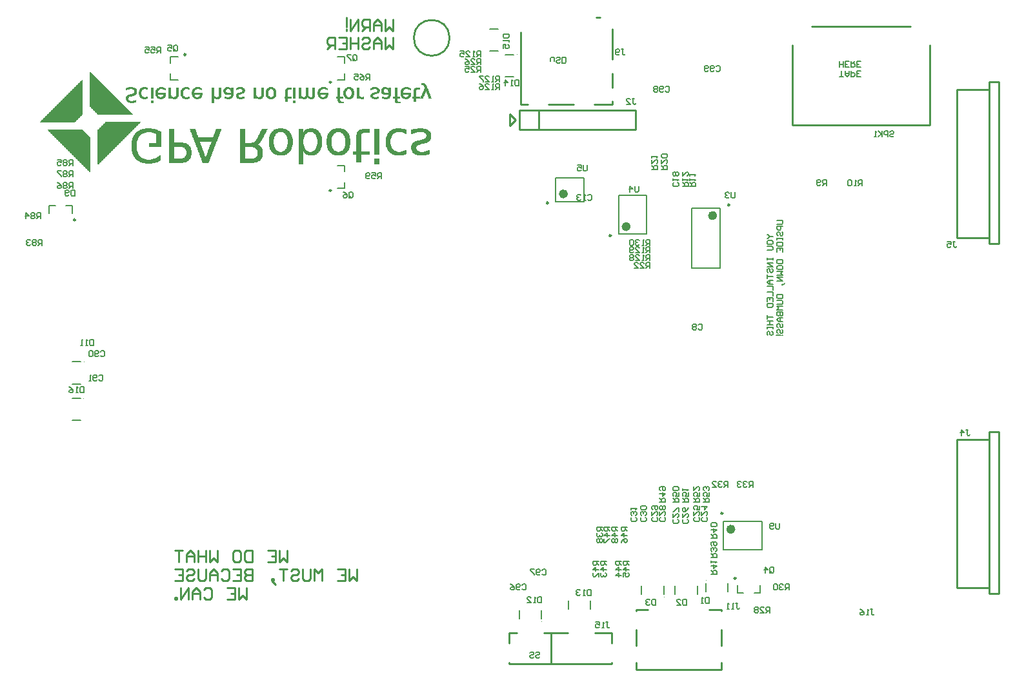
<source format=gbo>
G04 Layer_Color=32896*
%FSLAX25Y25*%
%MOIN*%
G70*
G01*
G75*
%ADD70C,0.01000*%
%ADD122C,0.00394*%
%ADD123C,0.00984*%
%ADD124C,0.02362*%
%ADD125C,0.00787*%
%ADD126C,0.00500*%
%ADD225C,0.00200*%
D70*
X-4134Y155512D02*
G03*
X-4134Y155512I-9252J0D01*
G01*
X173067Y110319D02*
Y151657D01*
Y110319D02*
X243933D01*
Y151657D01*
X182909Y161500D02*
X234090D01*
X71063Y-152165D02*
X79724D01*
Y-157677D02*
Y-152165D01*
X26575D02*
X30512D01*
X26575Y-157677D02*
Y-152165D01*
X79724Y-168307D02*
Y-167520D01*
X26575Y-168307D02*
X79724D01*
X26575D02*
Y-167520D01*
X44685Y-152165D02*
X56890D01*
X48228Y-168307D02*
Y-152165D01*
X32658Y121063D02*
Y158465D01*
Y121063D02*
X36201D01*
X46831D02*
X59823D01*
X70453D02*
X79902D01*
Y122638D01*
Y129724D02*
Y137205D01*
Y144291D02*
Y160039D01*
X71634Y165945D02*
X73602D01*
X274606Y49213D02*
X279528D01*
X274606D02*
Y52165D01*
X257874D02*
X274606D01*
X279528Y49213D02*
Y132874D01*
X274606D02*
X279528D01*
X274606Y52165D02*
Y128937D01*
Y132874D01*
X257874Y52165D02*
Y128937D01*
X274606D01*
Y-131890D02*
X279528D01*
X274606D02*
Y-128937D01*
X257874D02*
X274606D01*
X279528Y-131890D02*
Y-48228D01*
X274606D02*
X279528D01*
X274606Y-128937D02*
Y-52165D01*
Y-48228D01*
X257874Y-128937D02*
Y-52165D01*
X274606D01*
X92126Y-171260D02*
Y-167717D01*
Y-171260D02*
X136221D01*
Y-167717D01*
X92126Y-159055D02*
Y-150394D01*
Y-140945D02*
Y-140157D01*
X98425D01*
X129921D02*
X136221D01*
Y-140945D02*
Y-140157D01*
Y-159055D02*
Y-150394D01*
X42087Y108189D02*
Y118189D01*
X32087Y108189D02*
X92087D01*
Y118189D01*
X32087D02*
X92087D01*
X32087Y108189D02*
Y118189D01*
X27087Y110189D02*
Y116189D01*
X30087Y113189D01*
X27087Y110189D02*
X30087Y113189D01*
X-33480Y165218D02*
Y159220D01*
X-35480Y161219D01*
X-37479Y159220D01*
Y165218D01*
X-39478Y159220D02*
Y163218D01*
X-41478Y165218D01*
X-43477Y163218D01*
Y159220D01*
Y162219D01*
X-39478D01*
X-45476Y159220D02*
Y165218D01*
X-48476D01*
X-49475Y164218D01*
Y162219D01*
X-48476Y161219D01*
X-45476D01*
X-47476D02*
X-49475Y159220D01*
X-51474D02*
Y165218D01*
X-55473Y159220D01*
Y165218D01*
X-57473Y161219D02*
Y166218D01*
Y160219D02*
Y159220D01*
X-33480Y155620D02*
Y149622D01*
X-35480Y151621D01*
X-37479Y149622D01*
Y155620D01*
X-39478Y149622D02*
Y153621D01*
X-41478Y155620D01*
X-43477Y153621D01*
Y149622D01*
Y152621D01*
X-39478D01*
X-49475Y154620D02*
X-48476Y155620D01*
X-46476D01*
X-45476Y154620D01*
Y153621D01*
X-46476Y152621D01*
X-48476D01*
X-49475Y151621D01*
Y150622D01*
X-48476Y149622D01*
X-46476D01*
X-45476Y150622D01*
X-51474Y155620D02*
Y149622D01*
Y152621D01*
X-55473D01*
Y155620D01*
Y149622D01*
X-61471Y155620D02*
X-57473D01*
Y149622D01*
X-61471D01*
X-57473Y152621D02*
X-59472D01*
X-63471Y149622D02*
Y155620D01*
X-66470D01*
X-67469Y154620D01*
Y152621D01*
X-66470Y151621D01*
X-63471D01*
X-65470D02*
X-67469Y149622D01*
X-88169Y-109633D02*
Y-115631D01*
X-90169Y-113632D01*
X-92168Y-115631D01*
Y-109633D01*
X-98166D02*
X-94168D01*
Y-115631D01*
X-98166D01*
X-94168Y-112632D02*
X-96167D01*
X-106164Y-109633D02*
Y-115631D01*
X-109163D01*
X-110162Y-114632D01*
Y-110633D01*
X-109163Y-109633D01*
X-106164D01*
X-115161D02*
X-113161D01*
X-112162Y-110633D01*
Y-114632D01*
X-113161Y-115631D01*
X-115161D01*
X-116160Y-114632D01*
Y-110633D01*
X-115161Y-109633D01*
X-124158D02*
Y-115631D01*
X-126157Y-113632D01*
X-128156Y-115631D01*
Y-109633D01*
X-130156D02*
Y-115631D01*
Y-112632D01*
X-134155D01*
Y-109633D01*
Y-115631D01*
X-136154D02*
Y-111633D01*
X-138153Y-109633D01*
X-140153Y-111633D01*
Y-115631D01*
Y-112632D01*
X-136154D01*
X-142152Y-109633D02*
X-146151D01*
X-144151D01*
Y-115631D01*
X-52181Y-119231D02*
Y-125229D01*
X-54180Y-123230D01*
X-56180Y-125229D01*
Y-119231D01*
X-62178D02*
X-58179D01*
Y-125229D01*
X-62178D01*
X-58179Y-122230D02*
X-60179D01*
X-70175Y-125229D02*
Y-119231D01*
X-72175Y-121230D01*
X-74174Y-119231D01*
Y-125229D01*
X-76173Y-119231D02*
Y-124229D01*
X-77173Y-125229D01*
X-79172D01*
X-80172Y-124229D01*
Y-119231D01*
X-86170Y-120231D02*
X-85170Y-119231D01*
X-83171D01*
X-82171Y-120231D01*
Y-121230D01*
X-83171Y-122230D01*
X-85170D01*
X-86170Y-123230D01*
Y-124229D01*
X-85170Y-125229D01*
X-83171D01*
X-82171Y-124229D01*
X-88169Y-119231D02*
X-92168D01*
X-90169D01*
Y-125229D01*
X-95167Y-126229D02*
X-96167Y-125229D01*
Y-124229D01*
X-95167D01*
Y-125229D01*
X-96167D01*
X-95167Y-126229D01*
X-94168Y-127228D01*
X-106164Y-119231D02*
Y-125229D01*
X-109163D01*
X-110162Y-124229D01*
Y-123230D01*
X-109163Y-122230D01*
X-106164D01*
X-109163D01*
X-110162Y-121230D01*
Y-120231D01*
X-109163Y-119231D01*
X-106164D01*
X-116160D02*
X-112162D01*
Y-125229D01*
X-116160D01*
X-112162Y-122230D02*
X-114161D01*
X-122159Y-120231D02*
X-121159Y-119231D01*
X-119159D01*
X-118160Y-120231D01*
Y-124229D01*
X-119159Y-125229D01*
X-121159D01*
X-122159Y-124229D01*
X-124158Y-125229D02*
Y-121230D01*
X-126157Y-119231D01*
X-128156Y-121230D01*
Y-125229D01*
Y-122230D01*
X-124158D01*
X-130156Y-119231D02*
Y-124229D01*
X-131156Y-125229D01*
X-133155D01*
X-134155Y-124229D01*
Y-119231D01*
X-140153Y-120231D02*
X-139153Y-119231D01*
X-137154D01*
X-136154Y-120231D01*
Y-121230D01*
X-137154Y-122230D01*
X-139153D01*
X-140153Y-123230D01*
Y-124229D01*
X-139153Y-125229D01*
X-137154D01*
X-136154Y-124229D01*
X-146151Y-119231D02*
X-142152D01*
Y-125229D01*
X-146151D01*
X-142152Y-122230D02*
X-144151D01*
X-109163Y-128829D02*
Y-134827D01*
X-111162Y-132827D01*
X-113161Y-134827D01*
Y-128829D01*
X-119159D02*
X-115161D01*
Y-134827D01*
X-119159D01*
X-115161Y-131828D02*
X-117160D01*
X-131156Y-129828D02*
X-130156Y-128829D01*
X-128156D01*
X-127157Y-129828D01*
Y-133827D01*
X-128156Y-134827D01*
X-130156D01*
X-131156Y-133827D01*
X-133155Y-134827D02*
Y-130828D01*
X-135154Y-128829D01*
X-137154Y-130828D01*
Y-134827D01*
Y-131828D01*
X-133155D01*
X-139153Y-134827D02*
Y-128829D01*
X-143152Y-134827D01*
Y-128829D01*
X-145151Y-134827D02*
Y-133827D01*
X-146151D01*
Y-134827D01*
X-145151D01*
D122*
X22638Y160236D02*
G03*
X22638Y160236I-197J0D01*
G01*
X30709Y146850D02*
G03*
X30709Y146850I-197J0D01*
G01*
X128347Y-125000D02*
G03*
X128347Y-125000I-197J0D01*
G01*
X68898Y-141535D02*
G03*
X68898Y-141535I-197J0D01*
G01*
X-192913Y-30906D02*
G03*
X-192913Y-30906I-197J0D01*
G01*
X43504Y-146457D02*
G03*
X43504Y-146457I-197J0D01*
G01*
X-192913Y-12008D02*
G03*
X-192913Y-12008I-197J0D01*
G01*
X106693Y-133661D02*
G03*
X106693Y-133661I-197J0D01*
G01*
X112598Y-126181D02*
G03*
X112598Y-126181I-197J0D01*
G01*
D123*
X-65256Y76575D02*
G03*
X-65256Y76575I-492J0D01*
G01*
X-197421Y61374D02*
G03*
X-197421Y61374I-492J0D01*
G01*
X-140453Y146850D02*
G03*
X-140453Y146850I-492J0D01*
G01*
X-65256Y132677D02*
G03*
X-65256Y132677I-492J0D01*
G01*
X46878Y70110D02*
G03*
X46878Y70110I-492J0D01*
G01*
X79278Y53272D02*
G03*
X79278Y53272I-492J0D01*
G01*
X137008Y-90354D02*
G03*
X137008Y-90354I-492J0D01*
G01*
X143799Y-124016D02*
G03*
X143799Y-124016I-492J0D01*
G01*
X140484Y69126D02*
G03*
X140484Y69126I-492J0D01*
G01*
D124*
X55835Y74835D02*
G03*
X55835Y74835I-1181J0D01*
G01*
X88235Y57898D02*
G03*
X88235Y57898I-1181J0D01*
G01*
X142323Y-98622D02*
G03*
X142323Y-98622I-1181J0D01*
G01*
X132905Y63614D02*
G03*
X132905Y63614I-1181J0D01*
G01*
D125*
X-58268Y77756D02*
Y80905D01*
X-62205Y77756D02*
X-58268D01*
Y86417D02*
Y89567D01*
X-62205D02*
X-58268D01*
X16535Y148819D02*
X20866D01*
X16535Y160236D02*
X20866D01*
X24606Y135433D02*
X28937D01*
X24606Y146850D02*
X28937D01*
X-202244Y68756D02*
X-199094D01*
Y64819D02*
Y68756D01*
X-210906D02*
X-207756D01*
X-210906Y64819D02*
Y68756D01*
X-148425Y142520D02*
Y145669D01*
X-144488D01*
X-148425Y133858D02*
Y137008D01*
Y133858D02*
X-144488D01*
X-58268D02*
Y137008D01*
X-62205Y133858D02*
X-58268D01*
Y142520D02*
Y145669D01*
X-62205D02*
X-58268D01*
X50717Y70898D02*
Y83102D01*
X65284Y70898D02*
Y83102D01*
X50717Y70898D02*
X65284D01*
X50717Y83102D02*
X65284D01*
X83117Y53961D02*
Y74039D01*
X97684Y53961D02*
Y74039D01*
X83117Y53961D02*
X97684D01*
X83117Y74039D02*
X97684D01*
X137205Y-94685D02*
X157283D01*
X137205Y-109252D02*
X157283D01*
X137205D02*
Y-94685D01*
X157283Y-109252D02*
Y-94685D01*
X144488Y-131496D02*
Y-127559D01*
Y-131496D02*
X147638D01*
X156299D02*
Y-127559D01*
X153150Y-131496D02*
X156299D01*
X139567Y-130905D02*
Y-126575D01*
X128150Y-130905D02*
Y-126575D01*
X57284Y-139961D02*
Y-135630D01*
X68701Y-139961D02*
Y-135630D01*
X-199016Y-30906D02*
X-194685D01*
X-199016Y-42323D02*
X-194685D01*
X135661Y36449D02*
Y67551D01*
X121095Y36449D02*
Y67551D01*
X135661D01*
X121095Y36449D02*
X135661D01*
X31890Y-144882D02*
Y-140551D01*
X43307Y-144882D02*
Y-140551D01*
X-199016Y-23425D02*
X-194685D01*
X-199016Y-12008D02*
X-194685D01*
X95079Y-132087D02*
Y-127756D01*
X106496Y-132087D02*
Y-127756D01*
X123819Y-132087D02*
Y-127756D01*
X112402Y-132087D02*
Y-127756D01*
D126*
X159789Y53715D02*
X160289D01*
X161289Y52715D01*
X160289Y51716D01*
X159789D01*
X161289Y52715D02*
X162788D01*
X159789Y49216D02*
Y50216D01*
X160289Y50716D01*
X162288D01*
X162788Y50216D01*
Y49216D01*
X162288Y48717D01*
X160289D01*
X159789Y49216D01*
Y47717D02*
X162288D01*
X162788Y47217D01*
Y46217D01*
X162288Y45718D01*
X159789D01*
Y41719D02*
Y40719D01*
Y41219D01*
X162788D01*
Y41719D01*
Y40719D01*
Y39220D02*
X159789D01*
X162788Y37220D01*
X159789D01*
X160289Y34221D02*
X159789Y34721D01*
Y35721D01*
X160289Y36221D01*
X160789D01*
X161289Y35721D01*
Y34721D01*
X161789Y34221D01*
X162288D01*
X162788Y34721D01*
Y35721D01*
X162288Y36221D01*
X159789Y33222D02*
Y31222D01*
Y32222D01*
X162788D01*
Y30223D02*
X160789D01*
X159789Y29223D01*
X160789Y28223D01*
X162788D01*
X161289D01*
Y30223D01*
X159789Y27224D02*
X162788D01*
Y25224D01*
X159789Y24225D02*
X162788D01*
Y22225D01*
X159789Y19226D02*
Y21226D01*
X162788D01*
Y19226D01*
X161289Y21226D02*
Y20226D01*
X159789Y18226D02*
X162788D01*
Y16727D01*
X162288Y16227D01*
X160289D01*
X159789Y16727D01*
Y18226D01*
Y12228D02*
Y10229D01*
Y11229D01*
X162788D01*
X159789Y9229D02*
X162788D01*
X161289D01*
Y7230D01*
X159789D01*
X162788D01*
X159789Y6230D02*
Y5231D01*
Y5731D01*
X162788D01*
Y6230D01*
Y5231D01*
X160289Y1732D02*
X159789Y2232D01*
Y3231D01*
X160289Y3731D01*
X160789D01*
X161289Y3231D01*
Y2232D01*
X161789Y1732D01*
X162288D01*
X162788Y2232D01*
Y3231D01*
X162288Y3731D01*
X165088Y61213D02*
X167587D01*
X168087Y60713D01*
Y59713D01*
X167587Y59213D01*
X165088D01*
X168087Y58214D02*
X165088D01*
Y56714D01*
X165588Y56214D01*
X166587D01*
X167087Y56714D01*
Y58214D01*
X165588Y53215D02*
X165088Y53715D01*
Y54715D01*
X165588Y55215D01*
X166088D01*
X166587Y54715D01*
Y53715D01*
X167087Y53215D01*
X167587D01*
X168087Y53715D01*
Y54715D01*
X167587Y55215D01*
X165088Y52215D02*
Y51216D01*
Y51716D01*
X168087D01*
Y52215D01*
Y51216D01*
X165088Y49716D02*
X168087D01*
Y48217D01*
X167587Y47717D01*
X165588D01*
X165088Y48217D01*
Y49716D01*
Y44718D02*
Y46717D01*
X168087D01*
Y44718D01*
X166587Y46717D02*
Y45718D01*
X165088Y40719D02*
X168087D01*
Y39220D01*
X167587Y38720D01*
X165588D01*
X165088Y39220D01*
Y40719D01*
Y36221D02*
Y37220D01*
X165588Y37720D01*
X167587D01*
X168087Y37220D01*
Y36221D01*
X167587Y35721D01*
X165588D01*
X165088Y36221D01*
Y34721D02*
X168087D01*
X167087Y33722D01*
X168087Y32722D01*
X165088D01*
X168087Y31722D02*
X165088D01*
X168087Y29723D01*
X165088D01*
X168587Y28223D02*
X168087Y27723D01*
X167587D01*
Y28223D01*
X168087D01*
Y27723D01*
X168587Y28223D01*
X169087Y28723D01*
X165088Y22725D02*
X168087D01*
Y21226D01*
X167587Y20726D01*
X165588D01*
X165088Y21226D01*
Y22725D01*
Y19726D02*
X167587D01*
X168087Y19226D01*
Y18226D01*
X167587Y17727D01*
X165088D01*
X168087Y16727D02*
X165088D01*
X166088Y15727D01*
X165088Y14728D01*
X168087D01*
X165088Y13728D02*
X168087D01*
Y12228D01*
X167587Y11729D01*
X167087D01*
X166587Y12228D01*
Y13728D01*
Y12228D01*
X166088Y11729D01*
X165588D01*
X165088Y12228D01*
Y13728D01*
X168087Y10729D02*
X166088D01*
X165088Y9729D01*
X166088Y8730D01*
X168087D01*
X166587D01*
Y10729D01*
X165588Y5731D02*
X165088Y6230D01*
Y7230D01*
X165588Y7730D01*
X166088D01*
X166587Y7230D01*
Y6230D01*
X167087Y5731D01*
X167587D01*
X168087Y6230D01*
Y7230D01*
X167587Y7730D01*
X165588Y2732D02*
X165088Y3231D01*
Y4231D01*
X165588Y4731D01*
X166088D01*
X166587Y4231D01*
Y3231D01*
X167087Y2732D01*
X167587D01*
X168087Y3231D01*
Y4231D01*
X167587Y4731D01*
X167087Y1732D02*
X164588D01*
X167587D02*
X168087D01*
X197189Y135486D02*
X199188D01*
X198189D01*
Y138485D01*
X200188D02*
Y136485D01*
X201188Y135486D01*
X202187Y136485D01*
Y138485D01*
Y136985D01*
X200188D01*
X203187Y138485D02*
Y135486D01*
X204687D01*
X205186Y135985D01*
Y136985D01*
X204687Y137485D01*
X203187D01*
X208185Y135486D02*
X206186D01*
Y138485D01*
X208185D01*
X206186Y136985D02*
X207186D01*
X197189Y140284D02*
Y143283D01*
Y141784D01*
X199188D01*
Y140284D01*
Y143283D01*
X202187Y140284D02*
X200188D01*
Y143283D01*
X202187D01*
X200188Y141784D02*
X201188D01*
X203187Y143283D02*
Y140284D01*
X204687D01*
X205186Y140784D01*
Y141784D01*
X204687Y142284D01*
X203187D01*
X204187D02*
X205186Y143283D01*
X208185Y140284D02*
X206186D01*
Y143283D01*
X208185D01*
X206186Y141784D02*
X207186D01*
X-193191Y-24961D02*
Y-27960D01*
X-194691D01*
X-195191Y-27460D01*
Y-25461D01*
X-194691Y-24961D01*
X-193191D01*
X-196190Y-27960D02*
X-197190D01*
X-196690D01*
Y-24961D01*
X-196190Y-25461D01*
X-200689Y-24961D02*
X-199689Y-25461D01*
X-198690Y-26460D01*
Y-27460D01*
X-199189Y-27960D01*
X-200189D01*
X-200689Y-27460D01*
Y-26960D01*
X-200189Y-26460D01*
X-198690D01*
X43609Y-119761D02*
X44109Y-119261D01*
X45109D01*
X45609Y-119761D01*
Y-121760D01*
X45109Y-122260D01*
X44109D01*
X43609Y-121760D01*
X42610D02*
X42110Y-122260D01*
X41110D01*
X40610Y-121760D01*
Y-119761D01*
X41110Y-119261D01*
X42110D01*
X42610Y-119761D01*
Y-120261D01*
X42110Y-120760D01*
X40610D01*
X39611Y-119261D02*
X37611D01*
Y-119761D01*
X39611Y-121760D01*
Y-122260D01*
X33434Y-127422D02*
X33934Y-126922D01*
X34933D01*
X35433Y-127422D01*
Y-129421D01*
X34933Y-129921D01*
X33934D01*
X33434Y-129421D01*
X32434D02*
X31934Y-129921D01*
X30935D01*
X30435Y-129421D01*
Y-127422D01*
X30935Y-126922D01*
X31934D01*
X32434Y-127422D01*
Y-127922D01*
X31934Y-128422D01*
X30435D01*
X27436Y-126922D02*
X28435Y-127422D01*
X29435Y-128422D01*
Y-129421D01*
X28935Y-129921D01*
X27935D01*
X27436Y-129421D01*
Y-128922D01*
X27935Y-128422D01*
X29435D01*
X213309Y-139961D02*
X214309D01*
X213809D01*
Y-142460D01*
X214309Y-142960D01*
X214809D01*
X215309Y-142460D01*
X212310Y-142960D02*
X211310D01*
X211810D01*
Y-139961D01*
X212310Y-140461D01*
X207811Y-139961D02*
X208811Y-140461D01*
X209810Y-141460D01*
Y-142460D01*
X209311Y-142960D01*
X208311D01*
X207811Y-142460D01*
Y-141960D01*
X208311Y-141460D01*
X209810D01*
X21654Y132874D02*
Y135873D01*
X20154D01*
X19654Y135373D01*
Y134373D01*
X20154Y133874D01*
X21654D01*
X20654D02*
X19654Y132874D01*
X18654D02*
X17655D01*
X18155D01*
Y135873D01*
X18654Y135373D01*
X14156Y132874D02*
X16155D01*
X14156Y134873D01*
Y135373D01*
X14656Y135873D01*
X15655D01*
X16155Y135373D01*
X13156Y135873D02*
X11157D01*
Y135373D01*
X13156Y133374D01*
Y132874D01*
X21654Y128937D02*
Y131936D01*
X20154D01*
X19654Y131436D01*
Y130437D01*
X20154Y129937D01*
X21654D01*
X20654D02*
X19654Y128937D01*
X18654D02*
X17655D01*
X18155D01*
Y131936D01*
X18654Y131436D01*
X14156Y128937D02*
X16155D01*
X14156Y130936D01*
Y131436D01*
X14656Y131936D01*
X15655D01*
X16155Y131436D01*
X11157Y131936D02*
X12157Y131436D01*
X13156Y130437D01*
Y129437D01*
X12656Y128937D01*
X11657D01*
X11157Y129437D01*
Y129937D01*
X11657Y130437D01*
X13156D01*
X11811Y145669D02*
Y148668D01*
X10311D01*
X9812Y148169D01*
Y147169D01*
X10311Y146669D01*
X11811D01*
X10811D02*
X9812Y145669D01*
X8812D02*
X7812D01*
X8312D01*
Y148668D01*
X8812Y148169D01*
X4313Y145669D02*
X6313D01*
X4313Y147669D01*
Y148169D01*
X4813Y148668D01*
X5813D01*
X6313Y148169D01*
X1314Y148668D02*
X3314D01*
Y147169D01*
X2314Y147669D01*
X1814D01*
X1314Y147169D01*
Y146169D01*
X1814Y145669D01*
X2814D01*
X3314Y146169D01*
X11811Y141732D02*
Y144731D01*
X10311D01*
X9812Y144231D01*
Y143232D01*
X10311Y142732D01*
X11811D01*
X10811D02*
X9812Y141732D01*
X6813D02*
X8812D01*
X6813Y143732D01*
Y144231D01*
X7312Y144731D01*
X8312D01*
X8812Y144231D01*
X3814Y144731D02*
X4813Y144231D01*
X5813Y143232D01*
Y142232D01*
X5313Y141732D01*
X4313D01*
X3814Y142232D01*
Y142732D01*
X4313Y143232D01*
X5813D01*
X143670Y-136765D02*
X144670D01*
X144170D01*
Y-139264D01*
X144670Y-139764D01*
X145169D01*
X145669Y-139264D01*
X142670Y-139764D02*
X141671D01*
X142170D01*
Y-136765D01*
X142670Y-137265D01*
X140171Y-139764D02*
X139171D01*
X139671D01*
Y-136765D01*
X140171Y-137265D01*
X84615Y149653D02*
X85615D01*
X85115D01*
Y147153D01*
X85615Y146653D01*
X86114D01*
X86614Y147153D01*
X83615D02*
X83115Y146653D01*
X82116D01*
X81616Y147153D01*
Y149153D01*
X82116Y149653D01*
X83115D01*
X83615Y149153D01*
Y148653D01*
X83115Y148153D01*
X81616D01*
X166339Y-95426D02*
Y-97925D01*
X165839Y-98425D01*
X164839D01*
X164339Y-97925D01*
Y-95426D01*
X163340Y-97925D02*
X162840Y-98425D01*
X161840D01*
X161340Y-97925D01*
Y-95926D01*
X161840Y-95426D01*
X162840D01*
X163340Y-95926D01*
Y-96426D01*
X162840Y-96926D01*
X161340D01*
X66929Y89613D02*
Y87114D01*
X66429Y86614D01*
X65430D01*
X64930Y87114D01*
Y89613D01*
X61931D02*
X63930D01*
Y88114D01*
X62930Y88613D01*
X62431D01*
X61931Y88114D01*
Y87114D01*
X62431Y86614D01*
X63430D01*
X63930Y87114D01*
X93504Y78786D02*
Y76287D01*
X93004Y75787D01*
X92004D01*
X91505Y76287D01*
Y78786D01*
X89005Y75787D02*
Y78786D01*
X90505Y77287D01*
X88506D01*
X143309Y75639D02*
Y73140D01*
X142809Y72640D01*
X141809D01*
X141309Y73140D01*
Y75639D01*
X140310Y75139D02*
X139810Y75639D01*
X138810D01*
X138310Y75139D01*
Y74639D01*
X138810Y74140D01*
X139310D01*
X138810D01*
X138310Y73640D01*
Y73140D01*
X138810Y72640D01*
X139810D01*
X140310Y73140D01*
X223394Y106830D02*
X223894Y107330D01*
X224894D01*
X225394Y106830D01*
Y106330D01*
X224894Y105830D01*
X223894D01*
X223394Y105330D01*
Y104831D01*
X223894Y104331D01*
X224894D01*
X225394Y104831D01*
X222395Y104331D02*
Y107330D01*
X220895D01*
X220395Y106830D01*
Y105830D01*
X220895Y105330D01*
X222395D01*
X219396Y107330D02*
Y104331D01*
Y105330D01*
X217396Y107330D01*
X218896Y105830D01*
X217396Y104331D01*
X216397D02*
X215397D01*
X215897D01*
Y107330D01*
X216397Y106830D01*
X-198819Y83661D02*
Y86660D01*
X-200318D01*
X-200818Y86161D01*
Y85161D01*
X-200318Y84661D01*
X-198819D01*
X-199819D02*
X-200818Y83661D01*
X-201818Y86161D02*
X-202318Y86660D01*
X-203317D01*
X-203817Y86161D01*
Y85661D01*
X-203317Y85161D01*
X-203817Y84661D01*
Y84161D01*
X-203317Y83661D01*
X-202318D01*
X-201818Y84161D01*
Y84661D01*
X-202318Y85161D01*
X-201818Y85661D01*
Y86161D01*
X-202318Y85161D02*
X-203317D01*
X-204817Y86660D02*
X-206816D01*
Y86161D01*
X-204817Y84161D01*
Y83661D01*
X-198819Y77756D02*
Y80755D01*
X-200318D01*
X-200818Y80255D01*
Y79255D01*
X-200318Y78756D01*
X-198819D01*
X-199819D02*
X-200818Y77756D01*
X-201818Y80255D02*
X-202318Y80755D01*
X-203317D01*
X-203817Y80255D01*
Y79755D01*
X-203317Y79255D01*
X-203817Y78756D01*
Y78256D01*
X-203317Y77756D01*
X-202318D01*
X-201818Y78256D01*
Y78756D01*
X-202318Y79255D01*
X-201818Y79755D01*
Y80255D01*
X-202318Y79255D02*
X-203317D01*
X-206816Y80755D02*
X-205817Y80255D01*
X-204817Y79255D01*
Y78256D01*
X-205317Y77756D01*
X-206316D01*
X-206816Y78256D01*
Y78756D01*
X-206316Y79255D01*
X-204817D01*
X-198819Y89567D02*
Y92566D01*
X-200318D01*
X-200818Y92066D01*
Y91066D01*
X-200318Y90567D01*
X-198819D01*
X-199819D02*
X-200818Y89567D01*
X-201818Y92066D02*
X-202318Y92566D01*
X-203317D01*
X-203817Y92066D01*
Y91566D01*
X-203317Y91066D01*
X-203817Y90567D01*
Y90067D01*
X-203317Y89567D01*
X-202318D01*
X-201818Y90067D01*
Y90567D01*
X-202318Y91066D01*
X-201818Y91566D01*
Y92066D01*
X-202318Y91066D02*
X-203317D01*
X-206816Y92566D02*
X-204817D01*
Y91066D01*
X-205817Y91566D01*
X-206316D01*
X-206816Y91066D01*
Y90067D01*
X-206316Y89567D01*
X-205317D01*
X-204817Y90067D01*
X-215551Y62008D02*
Y65007D01*
X-217051D01*
X-217550Y64507D01*
Y63507D01*
X-217051Y63008D01*
X-215551D01*
X-216551D02*
X-217550Y62008D01*
X-218550Y64507D02*
X-219050Y65007D01*
X-220050D01*
X-220550Y64507D01*
Y64007D01*
X-220050Y63507D01*
X-220550Y63008D01*
Y62508D01*
X-220050Y62008D01*
X-219050D01*
X-218550Y62508D01*
Y63008D01*
X-219050Y63507D01*
X-218550Y64007D01*
Y64507D01*
X-219050Y63507D02*
X-220050D01*
X-223049Y62008D02*
Y65007D01*
X-221549Y63507D01*
X-223549D01*
X-214567Y48228D02*
Y51227D01*
X-216066D01*
X-216566Y50727D01*
Y49728D01*
X-216066Y49228D01*
X-214567D01*
X-215567D02*
X-216566Y48228D01*
X-217566Y50727D02*
X-218066Y51227D01*
X-219065D01*
X-219565Y50727D01*
Y50228D01*
X-219065Y49728D01*
X-219565Y49228D01*
Y48728D01*
X-219065Y48228D01*
X-218066D01*
X-217566Y48728D01*
Y49228D01*
X-218066Y49728D01*
X-217566Y50228D01*
Y50727D01*
X-218066Y49728D02*
X-219065D01*
X-220565Y50727D02*
X-221065Y51227D01*
X-222064D01*
X-222564Y50727D01*
Y50228D01*
X-222064Y49728D01*
X-221565D01*
X-222064D01*
X-222564Y49228D01*
Y48728D01*
X-222064Y48228D01*
X-221065D01*
X-220565Y48728D01*
X-45276Y133858D02*
Y136857D01*
X-46775D01*
X-47275Y136357D01*
Y135358D01*
X-46775Y134858D01*
X-45276D01*
X-46275D02*
X-47275Y133858D01*
X-50274Y136857D02*
X-49274Y136357D01*
X-48275Y135358D01*
Y134358D01*
X-48774Y133858D01*
X-49774D01*
X-50274Y134358D01*
Y134858D01*
X-49774Y135358D01*
X-48275D01*
X-53273Y136857D02*
X-51274D01*
Y135358D01*
X-52273Y135858D01*
X-52773D01*
X-53273Y135358D01*
Y134358D01*
X-52773Y133858D01*
X-51774D01*
X-51274Y134358D01*
X-39370Y82677D02*
Y85676D01*
X-40870D01*
X-41369Y85176D01*
Y84177D01*
X-40870Y83677D01*
X-39370D01*
X-40370D02*
X-41369Y82677D01*
X-44368Y85676D02*
X-42369D01*
Y84177D01*
X-43369Y84676D01*
X-43869D01*
X-44368Y84177D01*
Y83177D01*
X-43869Y82677D01*
X-42869D01*
X-42369Y83177D01*
X-45368D02*
X-45868Y82677D01*
X-46868D01*
X-47368Y83177D01*
Y85176D01*
X-46868Y85676D01*
X-45868D01*
X-45368Y85176D01*
Y84676D01*
X-45868Y84177D01*
X-47368D01*
X-153543Y147638D02*
Y150637D01*
X-155043D01*
X-155543Y150137D01*
Y149137D01*
X-155043Y148637D01*
X-153543D01*
X-154543D02*
X-155543Y147638D01*
X-158542Y150637D02*
X-156542D01*
Y149137D01*
X-157542Y149637D01*
X-158042D01*
X-158542Y149137D01*
Y148138D01*
X-158042Y147638D01*
X-157042D01*
X-156542Y148138D01*
X-161541Y150637D02*
X-159541D01*
Y149137D01*
X-160541Y149637D01*
X-161041D01*
X-161541Y149137D01*
Y148138D01*
X-161041Y147638D01*
X-160041D01*
X-159541Y148138D01*
X126969Y-84646D02*
X129967D01*
Y-83146D01*
X129468Y-82646D01*
X128468D01*
X127968Y-83146D01*
Y-84646D01*
Y-83646D02*
X126969Y-82646D01*
X129967Y-79647D02*
Y-81647D01*
X128468D01*
X128968Y-80647D01*
Y-80147D01*
X128468Y-79647D01*
X127468D01*
X126969Y-80147D01*
Y-81147D01*
X127468Y-81647D01*
X129468Y-78648D02*
X129967Y-78148D01*
Y-77148D01*
X129468Y-76648D01*
X128968D01*
X128468Y-77148D01*
Y-77648D01*
Y-77148D01*
X127968Y-76648D01*
X127468D01*
X126969Y-77148D01*
Y-78148D01*
X127468Y-78648D01*
X122047Y-84646D02*
X125046D01*
Y-83146D01*
X124546Y-82646D01*
X123547D01*
X123047Y-83146D01*
Y-84646D01*
Y-83646D02*
X122047Y-82646D01*
X125046Y-79647D02*
Y-81647D01*
X123547D01*
X124047Y-80647D01*
Y-80147D01*
X123547Y-79647D01*
X122547D01*
X122047Y-80147D01*
Y-81147D01*
X122547Y-81647D01*
X122047Y-76648D02*
Y-78648D01*
X124047Y-76648D01*
X124546D01*
X125046Y-77148D01*
Y-78148D01*
X124546Y-78648D01*
X116142Y-84646D02*
X119141D01*
Y-83146D01*
X118641Y-82646D01*
X117641D01*
X117141Y-83146D01*
Y-84646D01*
Y-83646D02*
X116142Y-82646D01*
X119141Y-79647D02*
Y-81647D01*
X117641D01*
X118141Y-80647D01*
Y-80147D01*
X117641Y-79647D01*
X116642D01*
X116142Y-80147D01*
Y-81147D01*
X116642Y-81647D01*
X116142Y-78648D02*
Y-77648D01*
Y-78148D01*
X119141D01*
X118641Y-78648D01*
X111221Y-84646D02*
X114219D01*
Y-83146D01*
X113720Y-82646D01*
X112720D01*
X112220Y-83146D01*
Y-84646D01*
Y-83646D02*
X111221Y-82646D01*
X114219Y-79647D02*
Y-81647D01*
X112720D01*
X113220Y-80647D01*
Y-80147D01*
X112720Y-79647D01*
X111720D01*
X111221Y-80147D01*
Y-81147D01*
X111720Y-81647D01*
X113720Y-78648D02*
X114219Y-78148D01*
Y-77148D01*
X113720Y-76648D01*
X111720D01*
X111221Y-77148D01*
Y-78148D01*
X111720Y-78648D01*
X113720D01*
X104331Y-84646D02*
X107330D01*
Y-83146D01*
X106830Y-82646D01*
X105830D01*
X105330Y-83146D01*
Y-84646D01*
Y-83646D02*
X104331Y-82646D01*
Y-80147D02*
X107330D01*
X105830Y-81647D01*
Y-79647D01*
X104831Y-78648D02*
X104331Y-78148D01*
Y-77148D01*
X104831Y-76648D01*
X106830D01*
X107330Y-77148D01*
Y-78148D01*
X106830Y-78648D01*
X106330D01*
X105830Y-78148D01*
Y-76648D01*
X82677Y-97441D02*
X79678D01*
Y-98940D01*
X80178Y-99440D01*
X81178D01*
X81678Y-98940D01*
Y-97441D01*
Y-98441D02*
X82677Y-99440D01*
Y-101939D02*
X79678D01*
X81178Y-100440D01*
Y-102439D01*
X80178Y-103439D02*
X79678Y-103939D01*
Y-104938D01*
X80178Y-105438D01*
X80678D01*
X81178Y-104938D01*
X81678Y-105438D01*
X82177D01*
X82677Y-104938D01*
Y-103939D01*
X82177Y-103439D01*
X81678D01*
X81178Y-103939D01*
X80678Y-103439D01*
X80178D01*
X81178Y-103939D02*
Y-104938D01*
X78740Y-97441D02*
X75741D01*
Y-98940D01*
X76241Y-99440D01*
X77241D01*
X77741Y-98940D01*
Y-97441D01*
Y-98441D02*
X78740Y-99440D01*
Y-101939D02*
X75741D01*
X77241Y-100440D01*
Y-102439D01*
X75741Y-103439D02*
Y-105438D01*
X76241D01*
X78240Y-103439D01*
X78740D01*
X87598Y-97441D02*
X84599D01*
Y-98940D01*
X85099Y-99440D01*
X86099D01*
X86599Y-98940D01*
Y-97441D01*
Y-98441D02*
X87598Y-99440D01*
Y-101939D02*
X84599D01*
X86099Y-100440D01*
Y-102439D01*
X84599Y-105438D02*
X85099Y-104439D01*
X86099Y-103439D01*
X87099D01*
X87598Y-103939D01*
Y-104938D01*
X87099Y-105438D01*
X86599D01*
X86099Y-104938D01*
Y-103439D01*
X88583Y-115157D02*
X85584D01*
Y-116657D01*
X86084Y-117157D01*
X87083D01*
X87583Y-116657D01*
Y-115157D01*
Y-116157D02*
X88583Y-117157D01*
Y-119656D02*
X85584D01*
X87083Y-118157D01*
Y-120156D01*
X85584Y-123155D02*
Y-121156D01*
X87083D01*
X86583Y-122155D01*
Y-122655D01*
X87083Y-123155D01*
X88083D01*
X88583Y-122655D01*
Y-121655D01*
X88083Y-121156D01*
X84646Y-115157D02*
X81647D01*
Y-116657D01*
X82147Y-117157D01*
X83146D01*
X83646Y-116657D01*
Y-115157D01*
Y-116157D02*
X84646Y-117157D01*
Y-119656D02*
X81647D01*
X83146Y-118157D01*
Y-120156D01*
X84646Y-122655D02*
X81647D01*
X83146Y-121156D01*
Y-123155D01*
X76772Y-115157D02*
X73773D01*
Y-116657D01*
X74273Y-117157D01*
X75272D01*
X75772Y-116657D01*
Y-115157D01*
Y-116157D02*
X76772Y-117157D01*
Y-119656D02*
X73773D01*
X75272Y-118157D01*
Y-120156D01*
X74273Y-121156D02*
X73773Y-121655D01*
Y-122655D01*
X74273Y-123155D01*
X74772D01*
X75272Y-122655D01*
Y-122155D01*
Y-122655D01*
X75772Y-123155D01*
X76272D01*
X76772Y-122655D01*
Y-121655D01*
X76272Y-121156D01*
X72835Y-115157D02*
X69836D01*
Y-116657D01*
X70336Y-117157D01*
X71335D01*
X71835Y-116657D01*
Y-115157D01*
Y-116157D02*
X72835Y-117157D01*
Y-119656D02*
X69836D01*
X71335Y-118157D01*
Y-120156D01*
X72835Y-123155D02*
Y-121156D01*
X70835Y-123155D01*
X70336D01*
X69836Y-122655D01*
Y-121655D01*
X70336Y-121156D01*
X130905Y-113189D02*
X133905D01*
Y-111689D01*
X133405Y-111190D01*
X132405D01*
X131905Y-111689D01*
Y-113189D01*
Y-112189D02*
X130905Y-111190D01*
X133405Y-110190D02*
X133905Y-109690D01*
Y-108690D01*
X133405Y-108191D01*
X132905D01*
X132405Y-108690D01*
Y-109190D01*
Y-108690D01*
X131905Y-108191D01*
X131405D01*
X130905Y-108690D01*
Y-109690D01*
X131405Y-110190D01*
Y-107191D02*
X130905Y-106691D01*
Y-105691D01*
X131405Y-105192D01*
X133405D01*
X133905Y-105691D01*
Y-106691D01*
X133405Y-107191D01*
X132905D01*
X132405Y-106691D01*
Y-105192D01*
X74803Y-97441D02*
X71804D01*
Y-98940D01*
X72304Y-99440D01*
X73304D01*
X73804Y-98940D01*
Y-97441D01*
Y-98441D02*
X74803Y-99440D01*
X72304Y-100440D02*
X71804Y-100940D01*
Y-101939D01*
X72304Y-102439D01*
X72804D01*
X73304Y-101939D01*
Y-101440D01*
Y-101939D01*
X73804Y-102439D01*
X74303D01*
X74803Y-101939D01*
Y-100940D01*
X74303Y-100440D01*
X72304Y-103439D02*
X71804Y-103939D01*
Y-104938D01*
X72304Y-105438D01*
X72804D01*
X73304Y-104938D01*
X73804Y-105438D01*
X74303D01*
X74803Y-104938D01*
Y-103939D01*
X74303Y-103439D01*
X73804D01*
X73304Y-103939D01*
X72804Y-103439D01*
X72304D01*
X73304Y-103939D02*
Y-104938D01*
X152559Y-76772D02*
Y-73773D01*
X151059D01*
X150560Y-74273D01*
Y-75272D01*
X151059Y-75772D01*
X152559D01*
X151559D02*
X150560Y-76772D01*
X149560Y-74273D02*
X149060Y-73773D01*
X148061D01*
X147561Y-74273D01*
Y-74772D01*
X148061Y-75272D01*
X148560D01*
X148061D01*
X147561Y-75772D01*
Y-76272D01*
X148061Y-76772D01*
X149060D01*
X149560Y-76272D01*
X146561Y-74273D02*
X146061Y-73773D01*
X145062D01*
X144562Y-74273D01*
Y-74772D01*
X145062Y-75272D01*
X145561D01*
X145062D01*
X144562Y-75772D01*
Y-76272D01*
X145062Y-76772D01*
X146061D01*
X146561Y-76272D01*
X139764Y-76772D02*
Y-73773D01*
X138264D01*
X137764Y-74273D01*
Y-75272D01*
X138264Y-75772D01*
X139764D01*
X138764D02*
X137764Y-76772D01*
X136765Y-74273D02*
X136265Y-73773D01*
X135265D01*
X134765Y-74273D01*
Y-74772D01*
X135265Y-75272D01*
X135765D01*
X135265D01*
X134765Y-75772D01*
Y-76272D01*
X135265Y-76772D01*
X136265D01*
X136765Y-76272D01*
X131766Y-76772D02*
X133766D01*
X131766Y-74772D01*
Y-74273D01*
X132266Y-73773D01*
X133266D01*
X133766Y-74273D01*
X171260Y-129921D02*
Y-126922D01*
X169760D01*
X169261Y-127422D01*
Y-128422D01*
X169760Y-128922D01*
X171260D01*
X170260D02*
X169261Y-129921D01*
X168261Y-127422D02*
X167761Y-126922D01*
X166761D01*
X166261Y-127422D01*
Y-127922D01*
X166761Y-128422D01*
X167261D01*
X166761D01*
X166261Y-128922D01*
Y-129421D01*
X166761Y-129921D01*
X167761D01*
X168261Y-129421D01*
X165262Y-127422D02*
X164762Y-126922D01*
X163762D01*
X163262Y-127422D01*
Y-129421D01*
X163762Y-129921D01*
X164762D01*
X165262Y-129421D01*
Y-127422D01*
X161417Y-141732D02*
Y-138733D01*
X159918D01*
X159418Y-139233D01*
Y-140233D01*
X159918Y-140733D01*
X161417D01*
X160418D02*
X159418Y-141732D01*
X156419D02*
X158418D01*
X156419Y-139733D01*
Y-139233D01*
X156919Y-138733D01*
X157919D01*
X158418Y-139233D01*
X155419D02*
X154919Y-138733D01*
X153920D01*
X153420Y-139233D01*
Y-139733D01*
X153920Y-140233D01*
X153420Y-140733D01*
Y-141232D01*
X153920Y-141732D01*
X154919D01*
X155419Y-141232D01*
Y-140733D01*
X154919Y-140233D01*
X155419Y-139733D01*
Y-139233D01*
X154919Y-140233D02*
X153920D01*
X11811Y137795D02*
Y140794D01*
X10311D01*
X9812Y140295D01*
Y139295D01*
X10311Y138795D01*
X11811D01*
X10811D02*
X9812Y137795D01*
X6813D02*
X8812D01*
X6813Y139795D01*
Y140295D01*
X7312Y140794D01*
X8312D01*
X8812Y140295D01*
X3814Y140794D02*
X5813D01*
Y139295D01*
X4813Y139795D01*
X4313D01*
X3814Y139295D01*
Y138295D01*
X4313Y137795D01*
X5313D01*
X5813Y138295D01*
X100394Y87598D02*
X103393D01*
Y89098D01*
X102893Y89598D01*
X101893D01*
X101393Y89098D01*
Y87598D01*
Y88598D02*
X100394Y89598D01*
Y92597D02*
Y90597D01*
X102393Y92597D01*
X102893D01*
X103393Y92097D01*
Y91097D01*
X102893Y90597D01*
X100394Y93597D02*
Y94596D01*
Y94096D01*
X103393D01*
X102893Y93597D01*
X105315Y87598D02*
X108314D01*
Y89098D01*
X107814Y89598D01*
X106815D01*
X106315Y89098D01*
Y87598D01*
Y88598D02*
X105315Y89598D01*
Y92597D02*
Y90597D01*
X107314Y92597D01*
X107814D01*
X108314Y92097D01*
Y91097D01*
X107814Y90597D01*
Y93597D02*
X108314Y94096D01*
Y95096D01*
X107814Y95596D01*
X105815D01*
X105315Y95096D01*
Y94096D01*
X105815Y93597D01*
X107814D01*
X116142Y78740D02*
X119141D01*
Y80240D01*
X118641Y80739D01*
X117641D01*
X117141Y80240D01*
Y78740D01*
Y79740D02*
X116142Y80739D01*
Y81739D02*
Y82739D01*
Y82239D01*
X119141D01*
X118641Y81739D01*
X116142Y86238D02*
Y84238D01*
X118141Y86238D01*
X118641D01*
X119141Y85738D01*
Y84738D01*
X118641Y84238D01*
X120079Y78740D02*
X123078D01*
Y80240D01*
X122578Y80739D01*
X121578D01*
X121078Y80240D01*
Y78740D01*
Y79740D02*
X120079Y80739D01*
Y81739D02*
Y82739D01*
Y82239D01*
X123078D01*
X122578Y81739D01*
X120079Y84238D02*
Y85238D01*
Y84738D01*
X123078D01*
X122578Y84238D01*
X209055Y79035D02*
Y82034D01*
X207556D01*
X207056Y81535D01*
Y80535D01*
X207556Y80035D01*
X209055D01*
X208055D02*
X207056Y79035D01*
X206056D02*
X205056D01*
X205556D01*
Y82034D01*
X206056Y81535D01*
X203557D02*
X203057Y82034D01*
X202057D01*
X201557Y81535D01*
Y79535D01*
X202057Y79035D01*
X203057D01*
X203557Y79535D01*
Y81535D01*
X190453Y79134D02*
Y82133D01*
X188953D01*
X188453Y81633D01*
Y80633D01*
X188953Y80133D01*
X190453D01*
X189453D02*
X188453Y79134D01*
X187454Y79634D02*
X186954Y79134D01*
X185954D01*
X185454Y79634D01*
Y81633D01*
X185954Y82133D01*
X186954D01*
X187454Y81633D01*
Y81133D01*
X186954Y80633D01*
X185454D01*
X-54165Y144201D02*
Y146200D01*
X-53665Y146700D01*
X-52665D01*
X-52165Y146200D01*
Y144201D01*
X-52665Y143701D01*
X-53665D01*
X-53165Y144701D02*
X-54165Y143701D01*
X-53665D02*
X-54165Y144201D01*
X-55164Y146700D02*
X-57164D01*
Y146200D01*
X-55164Y144201D01*
Y143701D01*
X-56133Y73334D02*
Y75334D01*
X-55633Y75834D01*
X-54634D01*
X-54134Y75334D01*
Y73334D01*
X-54634Y72835D01*
X-55633D01*
X-55133Y73834D02*
X-56133Y72835D01*
X-55633D02*
X-56133Y73334D01*
X-59132Y75834D02*
X-58133Y75334D01*
X-57133Y74334D01*
Y73334D01*
X-57633Y72835D01*
X-58632D01*
X-59132Y73334D01*
Y73834D01*
X-58632Y74334D01*
X-57133D01*
X-146684Y149122D02*
Y151121D01*
X-146185Y151621D01*
X-145185D01*
X-144685Y151121D01*
Y149122D01*
X-145185Y148622D01*
X-146185D01*
X-145685Y149622D02*
X-146684Y148622D01*
X-146185D02*
X-146684Y149122D01*
X-149683Y151621D02*
X-147684D01*
Y150122D01*
X-148684Y150621D01*
X-149184D01*
X-149683Y150122D01*
Y149122D01*
X-149184Y148622D01*
X-148184D01*
X-147684Y149122D01*
X161387Y-120563D02*
Y-118564D01*
X161886Y-118064D01*
X162886D01*
X163386Y-118564D01*
Y-120563D01*
X162886Y-121063D01*
X161886D01*
X162386Y-120063D02*
X161387Y-121063D01*
X161886D02*
X161387Y-120563D01*
X158887Y-121063D02*
Y-118064D01*
X160387Y-119563D01*
X158387D01*
X76741Y-146607D02*
X77741D01*
X77241D01*
Y-149107D01*
X77741Y-149606D01*
X78240D01*
X78740Y-149107D01*
X75741Y-149606D02*
X74741D01*
X75241D01*
Y-146607D01*
X75741Y-147107D01*
X71243Y-146607D02*
X73242D01*
Y-148107D01*
X72242Y-147607D01*
X71742D01*
X71243Y-148107D01*
Y-149107D01*
X71742Y-149606D01*
X72742D01*
X73242Y-149107D01*
X255875Y50243D02*
X256874D01*
X256375D01*
Y47744D01*
X256874Y47244D01*
X257374D01*
X257874Y47744D01*
X252876Y50243D02*
X254875D01*
Y48744D01*
X253875Y49243D01*
X253376D01*
X252876Y48744D01*
Y47744D01*
X253376Y47244D01*
X254375D01*
X254875Y47744D01*
X262764Y-47198D02*
X263764D01*
X263264D01*
Y-49697D01*
X263764Y-50197D01*
X264264D01*
X264764Y-49697D01*
X260265Y-50197D02*
Y-47198D01*
X261765Y-48697D01*
X259765D01*
X90109Y124139D02*
X91109D01*
X90609D01*
Y121640D01*
X91109Y121140D01*
X91609D01*
X92109Y121640D01*
X87110Y121140D02*
X89110D01*
X87110Y123140D01*
Y123639D01*
X87610Y124139D01*
X88610D01*
X89110Y123639D01*
X23576Y157480D02*
X26575D01*
Y155981D01*
X26075Y155481D01*
X24076D01*
X23576Y155981D01*
Y157480D01*
X26575Y154481D02*
Y153482D01*
Y153981D01*
X23576D01*
X24076Y154481D01*
X23576Y149983D02*
Y151982D01*
X25075D01*
X24576Y150982D01*
Y150483D01*
X25075Y149983D01*
X26075D01*
X26575Y150483D01*
Y151482D01*
X26075Y151982D01*
X31496Y133905D02*
Y130905D01*
X29996D01*
X29497Y131405D01*
Y133405D01*
X29996Y133905D01*
X31496D01*
X28497Y130905D02*
X27497D01*
X27997D01*
Y133905D01*
X28497Y133405D01*
X24498Y130905D02*
Y133905D01*
X25998Y132405D01*
X23999D01*
X68898Y-129875D02*
Y-132874D01*
X67398D01*
X66898Y-132374D01*
Y-130375D01*
X67398Y-129875D01*
X68898D01*
X65899Y-132874D02*
X64899D01*
X65399D01*
Y-129875D01*
X65899Y-130375D01*
X63399D02*
X62900Y-129875D01*
X61900D01*
X61400Y-130375D01*
Y-130875D01*
X61900Y-131375D01*
X62400D01*
X61900D01*
X61400Y-131874D01*
Y-132374D01*
X61900Y-132874D01*
X62900D01*
X63399Y-132374D01*
X43309Y-133561D02*
Y-136560D01*
X41809D01*
X41309Y-136060D01*
Y-134061D01*
X41809Y-133561D01*
X43309D01*
X40310Y-136560D02*
X39310D01*
X39810D01*
Y-133561D01*
X40310Y-134061D01*
X35811Y-136560D02*
X37810D01*
X35811Y-134561D01*
Y-134061D01*
X36311Y-133561D01*
X37311D01*
X37810Y-134061D01*
X-188189Y-544D02*
Y-3543D01*
X-189689D01*
X-190188Y-3043D01*
Y-1044D01*
X-189689Y-544D01*
X-188189D01*
X-191188Y-3543D02*
X-192188D01*
X-191688D01*
Y-544D01*
X-191188Y-1044D01*
X-193687Y-3543D02*
X-194687D01*
X-194187D01*
Y-544D01*
X-193687Y-1044D01*
X-197835Y76818D02*
Y73819D01*
X-199334D01*
X-199834Y74319D01*
Y76318D01*
X-199334Y76818D01*
X-197835D01*
X-200834Y74319D02*
X-201333Y73819D01*
X-202333D01*
X-202833Y74319D01*
Y76318D01*
X-202333Y76818D01*
X-201333D01*
X-200834Y76318D01*
Y75818D01*
X-201333Y75318D01*
X-202833D01*
X102362Y-134796D02*
Y-137795D01*
X100863D01*
X100363Y-137295D01*
Y-135296D01*
X100863Y-134796D01*
X102362D01*
X99363Y-135296D02*
X98863Y-134796D01*
X97864D01*
X97364Y-135296D01*
Y-135796D01*
X97864Y-136296D01*
X98364D01*
X97864D01*
X97364Y-136796D01*
Y-137295D01*
X97864Y-137795D01*
X98863D01*
X99363Y-137295D01*
X118110Y-134796D02*
Y-137795D01*
X116611D01*
X116111Y-137295D01*
Y-135296D01*
X116611Y-134796D01*
X118110D01*
X113112Y-137795D02*
X115111D01*
X113112Y-135796D01*
Y-135296D01*
X113612Y-134796D01*
X114611D01*
X115111Y-135296D01*
X129921Y-133812D02*
Y-136811D01*
X128422D01*
X127922Y-136311D01*
Y-134312D01*
X128422Y-133812D01*
X129921D01*
X126922Y-136811D02*
X125923D01*
X126422D01*
Y-133812D01*
X126922Y-134312D01*
X133468Y140729D02*
X133967Y141229D01*
X134967D01*
X135467Y140729D01*
Y138730D01*
X134967Y138230D01*
X133967D01*
X133468Y138730D01*
X132468D02*
X131968Y138230D01*
X130968D01*
X130469Y138730D01*
Y140729D01*
X130968Y141229D01*
X131968D01*
X132468Y140729D01*
Y140229D01*
X131968Y139729D01*
X130469D01*
X129469Y138730D02*
X128969Y138230D01*
X127969D01*
X127470Y138730D01*
Y140729D01*
X127969Y141229D01*
X128969D01*
X129469Y140729D01*
Y140229D01*
X128969Y139729D01*
X127470D01*
X107309Y130039D02*
X107809Y130539D01*
X108809D01*
X109309Y130039D01*
Y128040D01*
X108809Y127540D01*
X107809D01*
X107309Y128040D01*
X106310D02*
X105810Y127540D01*
X104810D01*
X104310Y128040D01*
Y130039D01*
X104810Y130539D01*
X105810D01*
X106310Y130039D01*
Y129540D01*
X105810Y129040D01*
X104310D01*
X103311Y130039D02*
X102811Y130539D01*
X101811D01*
X101311Y130039D01*
Y129540D01*
X101811Y129040D01*
X101311Y128540D01*
Y128040D01*
X101811Y127540D01*
X102811D01*
X103311Y128040D01*
Y128540D01*
X102811Y129040D01*
X103311Y129540D01*
Y130039D01*
X102811Y129040D02*
X101811D01*
X-185365Y-19351D02*
X-184866Y-18851D01*
X-183866D01*
X-183366Y-19351D01*
Y-21351D01*
X-183866Y-21850D01*
X-184866D01*
X-185365Y-21351D01*
X-186365D02*
X-186865Y-21850D01*
X-187865D01*
X-188365Y-21351D01*
Y-19351D01*
X-187865Y-18851D01*
X-186865D01*
X-186365Y-19351D01*
Y-19851D01*
X-186865Y-20351D01*
X-188365D01*
X-189364Y-21850D02*
X-190364D01*
X-189864D01*
Y-18851D01*
X-189364Y-19351D01*
X-184480Y-6851D02*
X-183980Y-6351D01*
X-182980D01*
X-182480Y-6851D01*
Y-8850D01*
X-182980Y-9350D01*
X-183980D01*
X-184480Y-8850D01*
X-185479D02*
X-185979Y-9350D01*
X-186979D01*
X-187479Y-8850D01*
Y-6851D01*
X-186979Y-6351D01*
X-185979D01*
X-185479Y-6851D01*
Y-7351D01*
X-185979Y-7851D01*
X-187479D01*
X-188478Y-6851D02*
X-188978Y-6351D01*
X-189978D01*
X-190478Y-6851D01*
Y-8850D01*
X-189978Y-9350D01*
X-188978D01*
X-188478Y-8850D01*
Y-6851D01*
X92066Y-92489D02*
X92566Y-92989D01*
Y-93988D01*
X92066Y-94488D01*
X90067D01*
X89567Y-93988D01*
Y-92989D01*
X90067Y-92489D01*
X92066Y-91489D02*
X92566Y-90989D01*
Y-89990D01*
X92066Y-89490D01*
X91566D01*
X91066Y-89990D01*
Y-90490D01*
Y-89990D01*
X90567Y-89490D01*
X90067D01*
X89567Y-89990D01*
Y-90989D01*
X90067Y-91489D01*
X89567Y-88490D02*
Y-87490D01*
Y-87990D01*
X92566D01*
X92066Y-88490D01*
X96987Y-92489D02*
X97487Y-92989D01*
Y-93988D01*
X96987Y-94488D01*
X94988D01*
X94488Y-93988D01*
Y-92989D01*
X94988Y-92489D01*
X96987Y-91489D02*
X97487Y-90989D01*
Y-89990D01*
X96987Y-89490D01*
X96487D01*
X95988Y-89990D01*
Y-90490D01*
Y-89990D01*
X95488Y-89490D01*
X94988D01*
X94488Y-89990D01*
Y-90989D01*
X94988Y-91489D01*
X96987Y-88490D02*
X97487Y-87990D01*
Y-86991D01*
X96987Y-86491D01*
X94988D01*
X94488Y-86991D01*
Y-87990D01*
X94988Y-88490D01*
X96987D01*
X102893Y-92489D02*
X103393Y-92989D01*
Y-93988D01*
X102893Y-94488D01*
X100893D01*
X100394Y-93988D01*
Y-92989D01*
X100893Y-92489D01*
X100394Y-89490D02*
Y-91489D01*
X102393Y-89490D01*
X102893D01*
X103393Y-89990D01*
Y-90989D01*
X102893Y-91489D01*
X100893Y-88490D02*
X100394Y-87990D01*
Y-86991D01*
X100893Y-86491D01*
X102893D01*
X103393Y-86991D01*
Y-87990D01*
X102893Y-88490D01*
X102393D01*
X101893Y-87990D01*
Y-86491D01*
X106830Y-92489D02*
X107330Y-92989D01*
Y-93988D01*
X106830Y-94488D01*
X104831D01*
X104331Y-93988D01*
Y-92989D01*
X104831Y-92489D01*
X104331Y-89490D02*
Y-91489D01*
X106330Y-89490D01*
X106830D01*
X107330Y-89990D01*
Y-90989D01*
X106830Y-91489D01*
Y-88490D02*
X107330Y-87990D01*
Y-86991D01*
X106830Y-86491D01*
X106330D01*
X105830Y-86991D01*
X105330Y-86491D01*
X104831D01*
X104331Y-86991D01*
Y-87990D01*
X104831Y-88490D01*
X105330D01*
X105830Y-87990D01*
X106330Y-88490D01*
X106830D01*
X105830Y-87990D02*
Y-86991D01*
X113720Y-93473D02*
X114219Y-93973D01*
Y-94973D01*
X113720Y-95472D01*
X111720D01*
X111221Y-94973D01*
Y-93973D01*
X111720Y-93473D01*
X111221Y-90474D02*
Y-92473D01*
X113220Y-90474D01*
X113720D01*
X114219Y-90974D01*
Y-91974D01*
X113720Y-92473D01*
X114219Y-89474D02*
Y-87475D01*
X113720D01*
X111720Y-89474D01*
X111221D01*
X118641Y-93473D02*
X119141Y-93973D01*
Y-94973D01*
X118641Y-95472D01*
X116642D01*
X116142Y-94973D01*
Y-93973D01*
X116642Y-93473D01*
X116142Y-90474D02*
Y-92473D01*
X118141Y-90474D01*
X118641D01*
X119141Y-90974D01*
Y-91974D01*
X118641Y-92473D01*
X119141Y-87475D02*
X118641Y-88475D01*
X117641Y-89474D01*
X116642D01*
X116142Y-88974D01*
Y-87975D01*
X116642Y-87475D01*
X117141D01*
X117641Y-87975D01*
Y-89474D01*
X124546Y-92489D02*
X125046Y-92989D01*
Y-93988D01*
X124546Y-94488D01*
X122547D01*
X122047Y-93988D01*
Y-92989D01*
X122547Y-92489D01*
X122047Y-89490D02*
Y-91489D01*
X124047Y-89490D01*
X124546D01*
X125046Y-89990D01*
Y-90989D01*
X124546Y-91489D01*
X125046Y-86491D02*
Y-88490D01*
X123547D01*
X124047Y-87490D01*
Y-86991D01*
X123547Y-86491D01*
X122547D01*
X122047Y-86991D01*
Y-87990D01*
X122547Y-88490D01*
X128483Y-92489D02*
X128983Y-92989D01*
Y-93988D01*
X128483Y-94488D01*
X126484D01*
X125984Y-93988D01*
Y-92989D01*
X126484Y-92489D01*
X125984Y-89490D02*
Y-91489D01*
X127984Y-89490D01*
X128483D01*
X128983Y-89990D01*
Y-90989D01*
X128483Y-91489D01*
X125984Y-86991D02*
X128983D01*
X127484Y-88490D01*
Y-86491D01*
X113720Y80739D02*
X114219Y80240D01*
Y79240D01*
X113720Y78740D01*
X111720D01*
X111221Y79240D01*
Y80240D01*
X111720Y80739D01*
X111221Y81739D02*
Y82739D01*
Y82239D01*
X114219D01*
X113720Y81739D01*
Y84238D02*
X114219Y84738D01*
Y85738D01*
X113720Y86238D01*
X113220D01*
X112720Y85738D01*
X112220Y86238D01*
X111720D01*
X111221Y85738D01*
Y84738D01*
X111720Y84238D01*
X112220D01*
X112720Y84738D01*
X113220Y84238D01*
X113720D01*
X112720Y84738D02*
Y85738D01*
X67109Y74039D02*
X67609Y74539D01*
X68609D01*
X69109Y74039D01*
Y72040D01*
X68609Y71540D01*
X67609D01*
X67109Y72040D01*
X66110Y71540D02*
X65110D01*
X65610D01*
Y74539D01*
X66110Y74039D01*
X63610D02*
X63111Y74539D01*
X62111D01*
X61611Y74039D01*
Y73540D01*
X62111Y73040D01*
X62611D01*
X62111D01*
X61611Y72540D01*
Y72040D01*
X62111Y71540D01*
X63111D01*
X63610Y72040D01*
X124409Y7039D02*
X124909Y7539D01*
X125909D01*
X126409Y7039D01*
Y5040D01*
X125909Y4540D01*
X124909D01*
X124409Y5040D01*
X123410Y7039D02*
X122910Y7539D01*
X121910D01*
X121410Y7039D01*
Y6539D01*
X121910Y6040D01*
X121410Y5540D01*
Y5040D01*
X121910Y4540D01*
X122910D01*
X123410Y5040D01*
Y5540D01*
X122910Y6040D01*
X123410Y6539D01*
Y7039D01*
X122910Y6040D02*
X121910D01*
X99410Y36417D02*
Y39416D01*
X97910D01*
X97410Y38917D01*
Y37917D01*
X97910Y37417D01*
X99410D01*
X98410D02*
X97410Y36417D01*
X94411D02*
X96410D01*
X94411Y38417D01*
Y38917D01*
X94911Y39416D01*
X95911D01*
X96410Y38917D01*
X91412Y36417D02*
X93411D01*
X91412Y38417D01*
Y38917D01*
X91912Y39416D01*
X92911D01*
X93411Y38917D01*
X99410Y40354D02*
Y43353D01*
X97910D01*
X97410Y42854D01*
Y41854D01*
X97910Y41354D01*
X99410D01*
X98410D02*
X97410Y40354D01*
X96410D02*
X95411D01*
X95911D01*
Y43353D01*
X96410Y42854D01*
X91912Y40354D02*
X93911D01*
X91912Y42354D01*
Y42854D01*
X92412Y43353D01*
X93411D01*
X93911Y42854D01*
X90912D02*
X90412Y43353D01*
X89413D01*
X88913Y42854D01*
Y42354D01*
X89413Y41854D01*
X88913Y41354D01*
Y40854D01*
X89413Y40354D01*
X90412D01*
X90912Y40854D01*
Y41354D01*
X90412Y41854D01*
X90912Y42354D01*
Y42854D01*
X90412Y41854D02*
X89413D01*
X99410Y44291D02*
Y47290D01*
X97910D01*
X97410Y46791D01*
Y45791D01*
X97910Y45291D01*
X99410D01*
X98410D02*
X97410Y44291D01*
X96410D02*
X95411D01*
X95911D01*
Y47290D01*
X96410Y46791D01*
X91912Y44291D02*
X93911D01*
X91912Y46291D01*
Y46791D01*
X92412Y47290D01*
X93411D01*
X93911Y46791D01*
X90912Y44791D02*
X90412Y44291D01*
X89413D01*
X88913Y44791D01*
Y46791D01*
X89413Y47290D01*
X90412D01*
X90912Y46791D01*
Y46291D01*
X90412Y45791D01*
X88913D01*
X99410Y48228D02*
Y51227D01*
X97910D01*
X97410Y50727D01*
Y49728D01*
X97910Y49228D01*
X99410D01*
X98410D02*
X97410Y48228D01*
X96410D02*
X95411D01*
X95911D01*
Y51227D01*
X96410Y50727D01*
X93911D02*
X93411Y51227D01*
X92412D01*
X91912Y50727D01*
Y50228D01*
X92412Y49728D01*
X92911D01*
X92412D01*
X91912Y49228D01*
Y48728D01*
X92412Y48228D01*
X93411D01*
X93911Y48728D01*
X90912Y50727D02*
X90412Y51227D01*
X89413D01*
X88913Y50727D01*
Y48728D01*
X89413Y48228D01*
X90412D01*
X90912Y48728D01*
Y50727D01*
X130905Y-122047D02*
X133905D01*
Y-120548D01*
X133405Y-120048D01*
X132405D01*
X131905Y-120548D01*
Y-122047D01*
Y-121048D02*
X130905Y-120048D01*
Y-117549D02*
X133905D01*
X132405Y-119048D01*
Y-117049D01*
X130905Y-116049D02*
Y-115050D01*
Y-115549D01*
X133905D01*
X133405Y-116049D01*
X130905Y-103347D02*
X133905D01*
Y-101847D01*
X133405Y-101347D01*
X132405D01*
X131905Y-101847D01*
Y-103347D01*
Y-102347D02*
X130905Y-101347D01*
Y-98848D02*
X133905D01*
X132405Y-100347D01*
Y-98348D01*
X133405Y-97348D02*
X133905Y-96849D01*
Y-95849D01*
X133405Y-95349D01*
X131405D01*
X130905Y-95849D01*
Y-96849D01*
X131405Y-97348D01*
X133405D01*
X48012Y143473D02*
Y144973D01*
X48512Y145472D01*
X50011D01*
Y143473D01*
X53010Y142973D02*
X52510Y142473D01*
X51511D01*
X51011Y142973D01*
Y143473D01*
X51511Y143973D01*
X52510D01*
X53010Y144473D01*
Y144973D01*
X52510Y145472D01*
X51511D01*
X51011Y144973D01*
X54010Y142473D02*
Y145472D01*
X55509D01*
X56009Y144973D01*
Y142973D01*
X55509Y142473D01*
X54010D01*
X40323Y-162658D02*
X40823Y-162158D01*
X41823D01*
X42323Y-162658D01*
Y-163158D01*
X41823Y-163658D01*
X40823D01*
X40323Y-164158D01*
Y-164658D01*
X40823Y-165157D01*
X41823D01*
X42323Y-164658D01*
X37325Y-162658D02*
X37824Y-162158D01*
X38824D01*
X39324Y-162658D01*
Y-163158D01*
X38824Y-163658D01*
X37824D01*
X37325Y-164158D01*
Y-164658D01*
X37824Y-165157D01*
X38824D01*
X39324Y-164658D01*
D225*
X-190161Y86394D02*
X-189961D01*
X-190361Y86594D02*
X-189961D01*
X-190561Y86794D02*
X-189961D01*
X-190761Y86994D02*
X-189961D01*
X-190961Y87194D02*
X-189961D01*
X-191161Y87394D02*
X-189961D01*
X-191361Y87594D02*
X-189961D01*
X-191561Y87794D02*
X-189961D01*
X-191761Y87994D02*
X-189961D01*
X-191961Y88194D02*
X-189961D01*
X-192161Y88394D02*
X-189961D01*
X-192361Y88594D02*
X-189961D01*
X-192561Y88794D02*
X-189961D01*
X-192761Y88994D02*
X-189961D01*
X-192961Y89194D02*
X-189961D01*
X-193161Y89394D02*
X-189961D01*
X-193361Y89594D02*
X-189961D01*
X-193561Y89794D02*
X-189961D01*
X-193761Y89994D02*
X-189961D01*
X-193961Y90194D02*
X-189961D01*
X-194161Y90394D02*
X-189961D01*
X-185961D02*
X-185761D01*
X-82161D02*
X-79961D01*
X-42961D02*
X-40761D01*
X-194361Y90594D02*
X-189961D01*
X-185961D02*
X-185561D01*
X-82161D02*
X-79961D01*
X-42961D02*
X-40761D01*
X-194561Y90794D02*
X-189961D01*
X-185961D02*
X-185361D01*
X-161361D02*
X-158161D01*
X-82161D02*
X-79961D01*
X-42961D02*
X-40761D01*
X-194761Y90994D02*
X-189961D01*
X-185961D02*
X-185161D01*
X-162561D02*
X-157161D01*
X-82161D02*
X-79961D01*
X-42961D02*
X-40761D01*
X-194961Y91194D02*
X-189961D01*
X-185961D02*
X-184961D01*
X-163161D02*
X-156361D01*
X-149161D02*
X-142161D01*
X-131761D02*
X-128961D01*
X-112361D02*
X-105361D01*
X-82161D02*
X-79961D01*
X-42961D02*
X-40761D01*
X-195161Y91394D02*
X-189961D01*
X-185961D02*
X-184761D01*
X-163761D02*
X-155761D01*
X-149161D02*
X-141161D01*
X-131761D02*
X-128961D01*
X-112361D02*
X-104361D01*
X-82161D02*
X-79961D01*
X-42961D02*
X-40761D01*
X-195361Y91594D02*
X-189961D01*
X-185961D02*
X-184561D01*
X-164161D02*
X-155161D01*
X-149161D02*
X-140561D01*
X-131961D02*
X-128761D01*
X-112361D02*
X-103761D01*
X-82161D02*
X-79961D01*
X-52361D02*
X-50161D01*
X-42961D02*
X-40761D01*
X-195561Y91794D02*
X-189961D01*
X-185961D02*
X-184361D01*
X-164561D02*
X-154761D01*
X-149161D02*
X-140161D01*
X-131961D02*
X-128761D01*
X-112361D02*
X-103361D01*
X-82161D02*
X-79961D01*
X-52361D02*
X-50161D01*
X-42961D02*
X-40761D01*
X-195761Y91994D02*
X-189961D01*
X-185961D02*
X-184161D01*
X-164961D02*
X-154361D01*
X-149161D02*
X-139761D01*
X-131961D02*
X-128761D01*
X-112361D02*
X-102961D01*
X-82161D02*
X-79961D01*
X-52361D02*
X-50161D01*
X-42961D02*
X-40761D01*
X-195961Y92194D02*
X-189961D01*
X-185961D02*
X-183961D01*
X-165161D02*
X-153961D01*
X-149161D02*
X-139561D01*
X-132161D02*
X-128561D01*
X-112361D02*
X-102561D01*
X-82161D02*
X-79961D01*
X-52361D02*
X-50161D01*
X-42961D02*
X-40761D01*
X-196161Y92394D02*
X-189961D01*
X-185961D02*
X-183761D01*
X-165361D02*
X-153761D01*
X-149161D02*
X-139361D01*
X-132161D02*
X-128561D01*
X-112361D02*
X-102361D01*
X-82161D02*
X-79961D01*
X-52361D02*
X-50161D01*
X-42961D02*
X-40761D01*
X-196361Y92594D02*
X-189961D01*
X-185961D02*
X-183561D01*
X-165761D02*
X-153761D01*
X-149161D02*
X-139161D01*
X-132361D02*
X-128361D01*
X-112361D02*
X-102161D01*
X-82161D02*
X-79961D01*
X-52361D02*
X-50161D01*
X-42961D02*
X-40761D01*
X-196561Y92794D02*
X-189961D01*
X-185961D02*
X-183361D01*
X-165961D02*
X-161161D01*
X-158361D02*
X-153761D01*
X-149161D02*
X-138961D01*
X-132361D02*
X-128361D01*
X-112361D02*
X-101961D01*
X-82161D02*
X-79961D01*
X-52361D02*
X-50161D01*
X-42961D02*
X-40761D01*
X-196761Y92994D02*
X-189961D01*
X-185961D02*
X-183161D01*
X-166161D02*
X-161961D01*
X-157361D02*
X-153761D01*
X-149161D02*
X-138761D01*
X-132361D02*
X-128361D01*
X-112361D02*
X-101761D01*
X-82161D02*
X-79961D01*
X-52361D02*
X-50161D01*
X-42961D02*
X-40761D01*
X-196961Y93194D02*
X-189961D01*
X-185961D02*
X-182961D01*
X-166361D02*
X-162561D01*
X-156761D02*
X-153761D01*
X-149161D02*
X-146761D01*
X-142561D02*
X-138561D01*
X-132561D02*
X-128161D01*
X-112361D02*
X-109961D01*
X-105761D02*
X-101761D01*
X-82161D02*
X-79961D01*
X-52361D02*
X-50161D01*
X-197161Y93394D02*
X-189961D01*
X-185961D02*
X-182761D01*
X-166561D02*
X-163161D01*
X-156161D02*
X-153761D01*
X-149161D02*
X-146761D01*
X-141961D02*
X-138561D01*
X-132561D02*
X-128161D01*
X-112361D02*
X-109961D01*
X-105161D02*
X-101561D01*
X-82161D02*
X-79961D01*
X-52361D02*
X-50161D01*
X-197361Y93594D02*
X-189961D01*
X-185961D02*
X-182561D01*
X-166761D02*
X-163361D01*
X-155761D02*
X-153761D01*
X-149161D02*
X-146761D01*
X-141561D02*
X-138361D01*
X-132561D02*
X-127961D01*
X-112361D02*
X-109961D01*
X-104561D02*
X-101561D01*
X-82161D02*
X-79961D01*
X-52361D02*
X-50161D01*
X-197561Y93794D02*
X-189961D01*
X-185961D02*
X-182361D01*
X-166761D02*
X-163761D01*
X-155361D02*
X-153761D01*
X-149161D02*
X-146761D01*
X-141161D02*
X-138161D01*
X-132761D02*
X-130561D01*
X-130161D02*
X-127961D01*
X-112361D02*
X-109961D01*
X-104361D02*
X-101361D01*
X-82161D02*
X-79961D01*
X-52361D02*
X-50161D01*
X-197761Y93994D02*
X-189961D01*
X-185961D02*
X-182161D01*
X-166961D02*
X-163961D01*
X-154961D02*
X-153761D01*
X-149161D02*
X-146761D01*
X-140961D02*
X-138161D01*
X-132761D02*
X-130561D01*
X-130161D02*
X-127961D01*
X-112361D02*
X-109961D01*
X-104161D02*
X-101361D01*
X-82161D02*
X-79961D01*
X-52361D02*
X-50161D01*
X-197961Y94194D02*
X-189961D01*
X-185961D02*
X-181961D01*
X-167161D02*
X-164161D01*
X-154761D02*
X-153761D01*
X-149161D02*
X-146761D01*
X-140761D02*
X-138161D01*
X-132961D02*
X-130561D01*
X-130161D02*
X-127761D01*
X-112361D02*
X-109961D01*
X-103961D02*
X-101161D01*
X-82161D02*
X-79961D01*
X-52361D02*
X-50161D01*
X-198161Y94394D02*
X-189961D01*
X-185961D02*
X-181761D01*
X-167161D02*
X-164361D01*
X-154361D02*
X-153761D01*
X-149161D02*
X-146761D01*
X-140761D02*
X-137961D01*
X-132961D02*
X-130761D01*
X-129961D02*
X-127761D01*
X-112361D02*
X-109961D01*
X-103761D02*
X-101161D01*
X-82161D02*
X-79961D01*
X-52361D02*
X-50161D01*
X-198361Y94594D02*
X-189961D01*
X-185961D02*
X-181561D01*
X-167361D02*
X-164561D01*
X-154161D02*
X-153761D01*
X-149161D02*
X-146761D01*
X-140561D02*
X-137961D01*
X-132961D02*
X-130761D01*
X-129961D02*
X-127761D01*
X-112361D02*
X-109961D01*
X-103761D02*
X-101161D01*
X-82161D02*
X-79961D01*
X-52361D02*
X-50161D01*
X-198561Y94794D02*
X-189961D01*
X-185961D02*
X-181361D01*
X-167561D02*
X-164761D01*
X-153961D02*
X-153761D01*
X-149161D02*
X-146761D01*
X-140361D02*
X-137961D01*
X-133161D02*
X-130961D01*
X-129761D02*
X-127561D01*
X-112361D02*
X-109961D01*
X-103561D02*
X-101161D01*
X-82161D02*
X-79961D01*
X-52361D02*
X-50161D01*
X-198761Y94994D02*
X-189961D01*
X-185961D02*
X-181161D01*
X-167561D02*
X-164961D01*
X-149161D02*
X-146761D01*
X-140361D02*
X-137961D01*
X-133161D02*
X-130961D01*
X-129761D02*
X-127561D01*
X-112361D02*
X-109961D01*
X-103561D02*
X-100961D01*
X-92761D02*
X-90361D01*
X-82161D02*
X-79961D01*
X-76761D02*
X-74761D01*
X-62961D02*
X-60561D01*
X-52361D02*
X-50161D01*
X-31961D02*
X-29161D01*
X-20361D02*
X-17361D01*
X-198961Y95194D02*
X-189961D01*
X-185961D02*
X-180961D01*
X-167761D02*
X-165161D01*
X-149161D02*
X-146761D01*
X-140361D02*
X-137761D01*
X-133361D02*
X-130961D01*
X-129761D02*
X-127361D01*
X-112361D02*
X-109961D01*
X-103561D02*
X-100961D01*
X-93561D02*
X-89561D01*
X-82161D02*
X-79961D01*
X-77561D02*
X-73961D01*
X-63761D02*
X-59761D01*
X-52361D02*
X-50161D01*
X-32761D02*
X-28161D01*
X-21161D02*
X-16361D01*
X-199161Y95394D02*
X-189961D01*
X-185961D02*
X-180761D01*
X-167761D02*
X-165161D01*
X-149161D02*
X-146761D01*
X-140161D02*
X-137761D01*
X-133361D02*
X-131161D01*
X-129561D02*
X-127361D01*
X-112361D02*
X-109961D01*
X-103361D02*
X-100961D01*
X-94161D02*
X-88961D01*
X-82161D02*
X-79961D01*
X-77961D02*
X-73561D01*
X-64361D02*
X-59161D01*
X-53961D02*
X-45761D01*
X-42961D02*
X-40761D01*
X-33361D02*
X-27561D01*
X-21761D02*
X-15561D01*
X-199361Y95594D02*
X-189961D01*
X-185961D02*
X-180561D01*
X-167761D02*
X-165361D01*
X-149161D02*
X-146761D01*
X-140161D02*
X-137761D01*
X-133361D02*
X-131161D01*
X-129561D02*
X-127361D01*
X-112361D02*
X-109961D01*
X-103361D02*
X-100961D01*
X-94561D02*
X-88561D01*
X-82161D02*
X-79961D01*
X-78361D02*
X-73161D01*
X-64761D02*
X-58761D01*
X-53961D02*
X-45761D01*
X-42961D02*
X-40761D01*
X-33761D02*
X-26961D01*
X-22161D02*
X-14961D01*
X-199561Y95794D02*
X-189961D01*
X-185961D02*
X-180361D01*
X-167961D02*
X-165361D01*
X-149161D02*
X-146761D01*
X-140161D02*
X-137761D01*
X-133561D02*
X-131161D01*
X-129561D02*
X-127161D01*
X-112361D02*
X-109961D01*
X-103361D02*
X-100961D01*
X-94961D02*
X-88361D01*
X-82161D02*
X-79961D01*
X-78761D02*
X-72961D01*
X-65161D02*
X-58561D01*
X-53961D02*
X-45761D01*
X-42961D02*
X-40761D01*
X-34161D02*
X-26761D01*
X-22561D02*
X-14761D01*
X-199761Y95994D02*
X-189961D01*
X-185961D02*
X-180161D01*
X-167961D02*
X-165561D01*
X-149161D02*
X-146761D01*
X-140161D02*
X-137761D01*
X-133561D02*
X-131361D01*
X-129361D02*
X-127161D01*
X-112361D02*
X-109961D01*
X-103361D02*
X-100961D01*
X-95161D02*
X-87961D01*
X-82161D02*
X-79961D01*
X-78961D02*
X-72561D01*
X-65361D02*
X-58161D01*
X-53961D02*
X-45761D01*
X-42961D02*
X-40761D01*
X-34561D02*
X-26761D01*
X-22761D02*
X-14761D01*
X-199961Y96194D02*
X-189961D01*
X-185961D02*
X-179961D01*
X-167961D02*
X-165561D01*
X-149161D02*
X-146761D01*
X-140161D02*
X-137761D01*
X-133561D02*
X-131361D01*
X-129361D02*
X-127161D01*
X-112361D02*
X-109961D01*
X-103361D02*
X-100961D01*
X-95361D02*
X-87761D01*
X-82161D02*
X-79961D01*
X-79161D02*
X-72361D01*
X-65561D02*
X-57961D01*
X-53961D02*
X-45761D01*
X-42961D02*
X-40761D01*
X-34761D02*
X-26761D01*
X-22961D02*
X-14761D01*
X-200161Y96394D02*
X-189961D01*
X-185961D02*
X-179761D01*
X-168161D02*
X-165561D01*
X-149161D02*
X-146761D01*
X-140161D02*
X-137761D01*
X-133761D02*
X-131361D01*
X-129161D02*
X-126961D01*
X-112361D02*
X-109961D01*
X-103361D02*
X-100961D01*
X-95561D02*
X-87561D01*
X-82161D02*
X-79961D01*
X-79361D02*
X-72161D01*
X-65761D02*
X-57761D01*
X-53961D02*
X-45761D01*
X-42961D02*
X-40761D01*
X-34961D02*
X-26761D01*
X-23161D02*
X-14761D01*
X-200361Y96594D02*
X-189961D01*
X-185961D02*
X-179561D01*
X-168161D02*
X-165761D01*
X-149161D02*
X-146761D01*
X-140161D02*
X-137761D01*
X-133761D02*
X-131561D01*
X-129161D02*
X-126961D01*
X-112361D02*
X-109961D01*
X-103361D02*
X-100961D01*
X-95761D02*
X-87361D01*
X-82161D02*
X-79961D01*
X-79561D02*
X-71961D01*
X-65961D02*
X-57561D01*
X-53961D02*
X-45761D01*
X-42961D02*
X-40761D01*
X-35161D02*
X-26761D01*
X-23361D02*
X-14761D01*
X-200561Y96794D02*
X-189961D01*
X-185961D02*
X-179361D01*
X-168161D02*
X-165761D01*
X-149161D02*
X-146761D01*
X-140161D02*
X-137761D01*
X-133961D02*
X-131561D01*
X-129161D02*
X-126761D01*
X-112361D02*
X-109961D01*
X-103361D02*
X-100961D01*
X-95961D02*
X-92361D01*
X-90761D02*
X-87161D01*
X-82161D02*
X-79961D01*
X-79561D02*
X-77161D01*
X-75361D02*
X-71961D01*
X-66161D02*
X-62561D01*
X-60961D02*
X-57361D01*
X-53961D02*
X-45761D01*
X-42961D02*
X-40761D01*
X-35361D02*
X-31561D01*
X-29361D02*
X-26761D01*
X-23361D02*
X-19761D01*
X-17361D02*
X-14761D01*
X-200761Y96994D02*
X-189961D01*
X-185961D02*
X-179161D01*
X-168361D02*
X-165761D01*
X-149161D02*
X-146761D01*
X-140161D02*
X-137761D01*
X-133961D02*
X-131761D01*
X-128961D02*
X-126761D01*
X-112361D02*
X-109961D01*
X-103361D02*
X-100961D01*
X-96161D02*
X-92961D01*
X-90161D02*
X-86961D01*
X-82161D02*
X-79961D01*
X-79761D02*
X-77761D01*
X-74761D02*
X-71761D01*
X-66361D02*
X-63161D01*
X-60361D02*
X-57161D01*
X-52361D02*
X-50161D01*
X-42961D02*
X-40761D01*
X-35561D02*
X-32161D01*
X-28361D02*
X-26761D01*
X-23561D02*
X-20561D01*
X-16361D02*
X-14761D01*
X-200961Y97194D02*
X-189961D01*
X-185961D02*
X-178961D01*
X-168361D02*
X-165961D01*
X-149161D02*
X-146761D01*
X-140161D02*
X-137761D01*
X-133961D02*
X-131761D01*
X-128961D02*
X-126761D01*
X-112361D02*
X-109961D01*
X-103561D02*
X-100961D01*
X-96361D02*
X-93361D01*
X-89761D02*
X-86761D01*
X-82161D02*
X-77961D01*
X-74561D02*
X-71561D01*
X-66561D02*
X-63561D01*
X-59961D02*
X-56961D01*
X-52361D02*
X-50161D01*
X-42961D02*
X-40761D01*
X-35761D02*
X-32761D01*
X-27761D02*
X-26761D01*
X-23561D02*
X-20961D01*
X-15761D02*
X-14761D01*
X-201161Y97394D02*
X-189961D01*
X-185961D02*
X-178761D01*
X-168361D02*
X-165961D01*
X-149161D02*
X-146761D01*
X-140361D02*
X-137761D01*
X-134161D02*
X-131761D01*
X-128961D02*
X-126561D01*
X-112361D02*
X-109961D01*
X-103561D02*
X-101161D01*
X-96361D02*
X-93761D01*
X-89361D02*
X-86761D01*
X-82161D02*
X-78361D01*
X-74161D02*
X-71561D01*
X-66561D02*
X-63961D01*
X-59561D02*
X-56961D01*
X-52361D02*
X-50161D01*
X-42961D02*
X-40761D01*
X-35961D02*
X-32961D01*
X-27361D02*
X-26761D01*
X-23761D02*
X-21161D01*
X-15361D02*
X-14761D01*
X-201361Y97594D02*
X-189961D01*
X-185961D02*
X-178561D01*
X-168361D02*
X-165961D01*
X-149161D02*
X-146761D01*
X-140361D02*
X-137961D01*
X-134161D02*
X-131961D01*
X-128761D02*
X-126561D01*
X-112361D02*
X-109961D01*
X-103561D02*
X-101161D01*
X-96561D02*
X-93961D01*
X-89161D02*
X-86561D01*
X-82161D02*
X-78561D01*
X-73961D02*
X-71361D01*
X-66761D02*
X-64161D01*
X-59361D02*
X-56761D01*
X-52361D02*
X-50161D01*
X-42961D02*
X-40761D01*
X-35961D02*
X-33361D01*
X-26961D02*
X-26761D01*
X-23761D02*
X-21361D01*
X-14961D02*
X-14761D01*
X-201561Y97794D02*
X-189961D01*
X-185961D02*
X-178361D01*
X-168361D02*
X-165961D01*
X-149161D02*
X-146761D01*
X-140361D02*
X-137961D01*
X-134361D02*
X-131961D01*
X-128761D02*
X-126361D01*
X-112361D02*
X-109961D01*
X-103761D02*
X-101161D01*
X-96761D02*
X-94161D01*
X-88961D02*
X-86361D01*
X-82161D02*
X-78761D01*
X-73761D02*
X-71161D01*
X-66961D02*
X-64361D01*
X-59161D02*
X-56561D01*
X-52361D02*
X-50161D01*
X-42961D02*
X-40761D01*
X-36161D02*
X-33561D01*
X-23761D02*
X-21561D01*
X-201761Y97994D02*
X-189961D01*
X-185961D02*
X-178161D01*
X-168361D02*
X-165961D01*
X-149161D02*
X-146761D01*
X-140561D02*
X-137961D01*
X-134361D02*
X-131961D01*
X-128761D02*
X-126361D01*
X-112361D02*
X-109961D01*
X-103761D02*
X-101161D01*
X-96761D02*
X-94361D01*
X-88961D02*
X-86361D01*
X-82161D02*
X-78961D01*
X-73561D02*
X-71161D01*
X-66961D02*
X-64561D01*
X-59161D02*
X-56561D01*
X-52361D02*
X-50161D01*
X-42961D02*
X-40761D01*
X-36361D02*
X-33761D01*
X-23961D02*
X-21561D01*
X-201961Y98194D02*
X-189961D01*
X-185961D02*
X-177961D01*
X-168561D02*
X-166161D01*
X-149161D02*
X-146761D01*
X-140761D02*
X-137961D01*
X-134361D02*
X-132161D01*
X-128561D02*
X-126361D01*
X-112361D02*
X-109961D01*
X-103961D02*
X-101361D01*
X-96961D02*
X-94361D01*
X-88761D02*
X-86161D01*
X-82161D02*
X-78961D01*
X-73561D02*
X-70961D01*
X-67161D02*
X-64561D01*
X-58961D02*
X-56361D01*
X-52361D02*
X-50161D01*
X-42961D02*
X-40761D01*
X-36361D02*
X-33961D01*
X-23961D02*
X-21761D01*
X-202161Y98394D02*
X-189961D01*
X-185961D02*
X-177761D01*
X-168561D02*
X-166161D01*
X-149161D02*
X-146761D01*
X-140761D02*
X-138161D01*
X-134561D02*
X-132161D01*
X-128561D02*
X-126161D01*
X-112361D02*
X-109961D01*
X-104161D02*
X-101361D01*
X-96961D02*
X-94561D01*
X-88561D02*
X-86161D01*
X-82161D02*
X-79161D01*
X-73361D02*
X-70961D01*
X-67161D02*
X-64761D01*
X-58761D02*
X-56361D01*
X-52361D02*
X-50161D01*
X-42961D02*
X-40761D01*
X-36561D02*
X-33961D01*
X-23961D02*
X-21761D01*
X-202361Y98594D02*
X-189961D01*
X-185961D02*
X-177561D01*
X-168561D02*
X-166161D01*
X-149161D02*
X-146761D01*
X-140961D02*
X-138161D01*
X-134561D02*
X-132361D01*
X-128361D02*
X-126161D01*
X-112361D02*
X-109961D01*
X-104361D02*
X-101561D01*
X-96961D02*
X-94561D01*
X-88561D02*
X-86161D01*
X-82161D02*
X-79361D01*
X-73161D02*
X-70961D01*
X-67161D02*
X-64761D01*
X-58761D02*
X-56361D01*
X-52361D02*
X-50161D01*
X-42961D02*
X-40761D01*
X-36561D02*
X-34161D01*
X-23961D02*
X-21761D01*
X-202561Y98794D02*
X-189961D01*
X-185961D02*
X-177361D01*
X-168561D02*
X-166161D01*
X-149161D02*
X-146761D01*
X-141161D02*
X-138161D01*
X-134561D02*
X-132361D01*
X-128361D02*
X-126161D01*
X-112361D02*
X-109961D01*
X-104761D02*
X-101561D01*
X-97161D02*
X-94761D01*
X-88361D02*
X-85961D01*
X-82161D02*
X-79361D01*
X-73161D02*
X-70761D01*
X-67361D02*
X-64961D01*
X-58561D02*
X-56161D01*
X-52361D02*
X-50161D01*
X-42961D02*
X-40761D01*
X-36561D02*
X-34361D01*
X-23961D02*
X-21761D01*
X-202761Y98994D02*
X-189961D01*
X-185961D02*
X-177161D01*
X-168561D02*
X-166161D01*
X-149161D02*
X-146761D01*
X-141561D02*
X-138361D01*
X-134761D02*
X-132361D01*
X-128361D02*
X-125961D01*
X-112361D02*
X-109961D01*
X-105161D02*
X-101761D01*
X-97161D02*
X-94761D01*
X-88361D02*
X-85961D01*
X-82161D02*
X-79561D01*
X-72961D02*
X-70761D01*
X-67361D02*
X-64961D01*
X-58561D02*
X-56161D01*
X-52361D02*
X-50161D01*
X-42961D02*
X-40761D01*
X-36761D02*
X-34361D01*
X-23961D02*
X-21761D01*
X-202961Y99194D02*
X-189961D01*
X-185961D02*
X-176961D01*
X-168561D02*
X-166161D01*
X-149161D02*
X-146761D01*
X-141961D02*
X-138361D01*
X-134761D02*
X-132561D01*
X-128161D02*
X-125961D01*
X-112361D02*
X-109961D01*
X-105761D02*
X-101961D01*
X-97161D02*
X-94961D01*
X-88161D02*
X-85961D01*
X-82161D02*
X-79561D01*
X-72961D02*
X-70761D01*
X-67361D02*
X-65161D01*
X-58361D02*
X-56161D01*
X-52361D02*
X-50161D01*
X-42961D02*
X-40761D01*
X-36761D02*
X-34561D01*
X-23961D02*
X-21761D01*
X-203161Y99394D02*
X-189961D01*
X-185961D02*
X-176761D01*
X-168561D02*
X-166161D01*
X-159561D02*
X-153361D01*
X-149161D02*
X-146761D01*
X-142561D02*
X-138561D01*
X-134961D02*
X-132561D01*
X-128161D02*
X-125761D01*
X-112361D02*
X-102161D01*
X-97361D02*
X-94961D01*
X-88161D02*
X-85761D01*
X-82161D02*
X-79561D01*
X-72961D02*
X-70561D01*
X-67561D02*
X-65161D01*
X-58361D02*
X-55961D01*
X-52361D02*
X-50161D01*
X-42961D02*
X-40761D01*
X-36761D02*
X-34561D01*
X-23961D02*
X-21561D01*
X-203361Y99594D02*
X-189961D01*
X-185961D02*
X-176561D01*
X-168561D02*
X-166161D01*
X-159561D02*
X-153361D01*
X-149161D02*
X-138761D01*
X-134961D02*
X-132561D01*
X-128161D02*
X-125761D01*
X-112361D02*
X-102361D01*
X-97361D02*
X-95161D01*
X-88161D02*
X-85761D01*
X-82161D02*
X-79761D01*
X-72761D02*
X-70561D01*
X-67561D02*
X-65361D01*
X-58361D02*
X-55961D01*
X-52361D02*
X-50161D01*
X-42961D02*
X-40761D01*
X-36961D02*
X-34561D01*
X-23961D02*
X-21561D01*
X-203561Y99794D02*
X-189961D01*
X-185961D02*
X-176361D01*
X-168561D02*
X-166161D01*
X-159561D02*
X-153361D01*
X-149161D02*
X-138961D01*
X-134961D02*
X-132761D01*
X-127961D02*
X-125761D01*
X-112361D02*
X-102561D01*
X-97361D02*
X-95161D01*
X-87961D02*
X-85761D01*
X-82161D02*
X-79761D01*
X-72761D02*
X-70561D01*
X-67561D02*
X-65361D01*
X-58161D02*
X-55961D01*
X-52361D02*
X-50161D01*
X-42961D02*
X-40761D01*
X-36961D02*
X-34761D01*
X-23961D02*
X-21361D01*
X-203761Y99994D02*
X-189961D01*
X-185961D02*
X-176161D01*
X-168561D02*
X-166161D01*
X-159561D02*
X-153361D01*
X-149161D02*
X-139161D01*
X-135161D02*
X-132761D01*
X-127961D02*
X-125561D01*
X-112361D02*
X-102761D01*
X-97361D02*
X-95161D01*
X-87961D02*
X-85761D01*
X-82161D02*
X-79761D01*
X-72761D02*
X-70561D01*
X-67561D02*
X-65361D01*
X-58161D02*
X-55961D01*
X-52361D02*
X-50161D01*
X-42961D02*
X-40761D01*
X-36961D02*
X-34761D01*
X-23761D02*
X-21161D01*
X-203961Y100194D02*
X-189961D01*
X-185961D02*
X-175961D01*
X-168561D02*
X-166161D01*
X-159561D02*
X-153361D01*
X-149161D02*
X-139361D01*
X-135161D02*
X-132961D01*
X-127761D02*
X-125561D01*
X-112361D02*
X-103161D01*
X-97361D02*
X-95161D01*
X-87961D02*
X-85761D01*
X-82161D02*
X-79761D01*
X-72761D02*
X-70561D01*
X-67561D02*
X-65361D01*
X-58161D02*
X-55961D01*
X-52361D02*
X-50161D01*
X-42961D02*
X-40761D01*
X-36961D02*
X-34761D01*
X-23761D02*
X-20761D01*
X-204161Y100394D02*
X-189961D01*
X-185961D02*
X-175761D01*
X-168561D02*
X-166161D01*
X-159561D02*
X-153361D01*
X-149161D02*
X-139561D01*
X-135161D02*
X-132961D01*
X-127761D02*
X-125361D01*
X-112361D02*
X-103761D01*
X-97561D02*
X-95161D01*
X-87961D02*
X-85561D01*
X-82161D02*
X-79761D01*
X-72761D02*
X-70361D01*
X-67761D02*
X-65361D01*
X-58161D02*
X-55761D01*
X-52361D02*
X-50161D01*
X-42961D02*
X-40761D01*
X-36961D02*
X-34761D01*
X-23761D02*
X-20361D01*
X-204361Y100594D02*
X-189961D01*
X-185961D02*
X-175561D01*
X-168561D02*
X-166161D01*
X-159561D02*
X-153361D01*
X-149161D02*
X-139761D01*
X-135361D02*
X-132961D01*
X-127761D02*
X-125361D01*
X-112361D02*
X-103561D01*
X-97561D02*
X-95361D01*
X-87761D02*
X-85561D01*
X-82161D02*
X-79961D01*
X-72561D02*
X-70361D01*
X-67761D02*
X-65561D01*
X-57961D02*
X-55761D01*
X-52361D02*
X-50161D01*
X-42961D02*
X-40761D01*
X-37161D02*
X-34961D01*
X-23561D02*
X-19761D01*
X-204561Y100794D02*
X-189961D01*
X-185961D02*
X-175361D01*
X-168561D02*
X-166161D01*
X-159561D02*
X-153361D01*
X-149161D02*
X-140161D01*
X-135361D02*
X-133161D01*
X-127561D02*
X-125361D01*
X-112361D02*
X-103161D01*
X-97561D02*
X-95361D01*
X-87761D02*
X-85561D01*
X-82161D02*
X-79961D01*
X-72561D02*
X-70361D01*
X-67761D02*
X-65561D01*
X-57961D02*
X-55761D01*
X-52361D02*
X-50161D01*
X-42961D02*
X-40761D01*
X-37161D02*
X-34961D01*
X-23561D02*
X-18961D01*
X-204761Y100994D02*
X-189961D01*
X-185961D02*
X-175161D01*
X-168561D02*
X-166161D01*
X-159561D02*
X-153361D01*
X-149161D02*
X-140561D01*
X-135561D02*
X-133161D01*
X-127561D02*
X-125161D01*
X-112361D02*
X-102961D01*
X-97561D02*
X-95361D01*
X-87761D02*
X-85561D01*
X-82161D02*
X-79961D01*
X-72561D02*
X-70361D01*
X-67761D02*
X-65561D01*
X-57961D02*
X-55761D01*
X-52361D02*
X-50161D01*
X-42961D02*
X-40761D01*
X-37161D02*
X-34961D01*
X-23361D02*
X-17961D01*
X-204961Y101194D02*
X-189961D01*
X-185961D02*
X-174961D01*
X-168561D02*
X-166161D01*
X-159561D02*
X-153361D01*
X-149161D02*
X-141161D01*
X-135561D02*
X-133161D01*
X-127561D02*
X-125161D01*
X-112361D02*
X-102761D01*
X-97561D02*
X-95361D01*
X-87761D02*
X-85561D01*
X-82161D02*
X-79961D01*
X-72561D02*
X-70361D01*
X-67761D02*
X-65561D01*
X-57961D02*
X-55761D01*
X-52361D02*
X-50161D01*
X-42961D02*
X-40761D01*
X-37161D02*
X-34961D01*
X-23161D02*
X-17361D01*
X-205161Y101394D02*
X-189961D01*
X-185961D02*
X-174761D01*
X-168561D02*
X-166161D01*
X-155761D02*
X-153361D01*
X-149161D02*
X-142161D01*
X-135561D02*
X-133361D01*
X-127361D02*
X-125161D01*
X-112361D02*
X-109961D01*
X-106361D02*
X-102561D01*
X-97561D02*
X-95361D01*
X-87761D02*
X-85561D01*
X-82161D02*
X-79961D01*
X-72561D02*
X-70361D01*
X-67761D02*
X-65561D01*
X-57961D02*
X-55761D01*
X-52361D02*
X-50161D01*
X-42961D02*
X-40761D01*
X-37161D02*
X-34961D01*
X-22961D02*
X-16561D01*
X-205361Y101594D02*
X-189961D01*
X-185961D02*
X-174561D01*
X-168361D02*
X-165961D01*
X-155761D02*
X-153361D01*
X-149161D02*
X-146761D01*
X-135761D02*
X-133361D01*
X-127361D02*
X-124961D01*
X-112361D02*
X-109961D01*
X-105561D02*
X-102361D01*
X-97561D02*
X-95361D01*
X-87761D02*
X-85561D01*
X-82161D02*
X-79961D01*
X-72561D02*
X-70361D01*
X-67761D02*
X-65561D01*
X-57961D02*
X-55761D01*
X-52361D02*
X-50161D01*
X-42961D02*
X-40761D01*
X-37161D02*
X-34961D01*
X-22761D02*
X-16161D01*
X-205561Y101794D02*
X-189961D01*
X-185961D02*
X-174361D01*
X-168361D02*
X-165961D01*
X-155761D02*
X-153361D01*
X-149161D02*
X-146761D01*
X-135761D02*
X-133361D01*
X-127161D02*
X-124961D01*
X-112361D02*
X-109961D01*
X-105161D02*
X-102161D01*
X-97561D02*
X-95361D01*
X-87761D02*
X-85561D01*
X-82161D02*
X-79961D01*
X-72561D02*
X-70361D01*
X-67761D02*
X-65561D01*
X-57961D02*
X-55761D01*
X-52361D02*
X-50161D01*
X-42961D02*
X-40761D01*
X-37161D02*
X-34961D01*
X-22361D02*
X-15761D01*
X-205761Y101994D02*
X-189961D01*
X-185961D02*
X-174161D01*
X-168361D02*
X-165961D01*
X-155761D02*
X-153361D01*
X-149161D02*
X-146761D01*
X-135961D02*
X-133561D01*
X-127161D02*
X-124761D01*
X-112361D02*
X-109961D01*
X-104761D02*
X-102161D01*
X-97561D02*
X-95361D01*
X-87761D02*
X-85561D01*
X-82161D02*
X-79961D01*
X-72561D02*
X-70361D01*
X-67761D02*
X-65561D01*
X-57961D02*
X-55761D01*
X-52361D02*
X-50161D01*
X-42961D02*
X-40761D01*
X-37161D02*
X-34961D01*
X-21961D02*
X-15361D01*
X-205961Y102194D02*
X-189961D01*
X-185961D02*
X-173961D01*
X-168361D02*
X-165961D01*
X-155761D02*
X-153361D01*
X-149161D02*
X-146761D01*
X-135961D02*
X-124761D01*
X-112361D02*
X-109961D01*
X-104561D02*
X-101961D01*
X-97561D02*
X-95361D01*
X-87761D02*
X-85561D01*
X-82161D02*
X-79961D01*
X-72561D02*
X-70361D01*
X-67761D02*
X-65561D01*
X-57961D02*
X-55761D01*
X-52361D02*
X-50161D01*
X-42961D02*
X-40761D01*
X-37161D02*
X-34961D01*
X-21561D02*
X-15161D01*
X-206161Y102394D02*
X-189961D01*
X-185961D02*
X-173761D01*
X-168361D02*
X-165961D01*
X-155761D02*
X-153361D01*
X-149161D02*
X-146761D01*
X-135961D02*
X-124761D01*
X-112361D02*
X-109961D01*
X-104361D02*
X-101761D01*
X-97561D02*
X-95361D01*
X-87761D02*
X-85561D01*
X-82161D02*
X-79961D01*
X-72561D02*
X-70361D01*
X-67761D02*
X-65561D01*
X-57961D02*
X-55761D01*
X-52361D02*
X-50161D01*
X-42961D02*
X-40761D01*
X-37161D02*
X-34961D01*
X-20961D02*
X-14961D01*
X-206361Y102594D02*
X-189961D01*
X-185961D02*
X-173561D01*
X-168361D02*
X-165761D01*
X-155761D02*
X-153361D01*
X-149161D02*
X-146761D01*
X-136161D02*
X-124561D01*
X-112361D02*
X-109961D01*
X-104361D02*
X-101761D01*
X-97561D02*
X-95361D01*
X-87761D02*
X-85561D01*
X-82161D02*
X-79961D01*
X-72561D02*
X-70361D01*
X-67761D02*
X-65561D01*
X-57961D02*
X-55761D01*
X-52361D02*
X-50161D01*
X-42961D02*
X-40761D01*
X-37161D02*
X-34961D01*
X-20161D02*
X-14761D01*
X-206561Y102794D02*
X-189961D01*
X-185961D02*
X-173361D01*
X-168161D02*
X-165761D01*
X-155761D02*
X-153361D01*
X-149161D02*
X-146761D01*
X-136161D02*
X-124561D01*
X-112361D02*
X-109961D01*
X-104161D02*
X-101561D01*
X-97561D02*
X-95361D01*
X-87761D02*
X-85561D01*
X-82161D02*
X-79961D01*
X-72561D02*
X-70361D01*
X-67761D02*
X-65561D01*
X-57961D02*
X-55761D01*
X-52361D02*
X-50161D01*
X-42961D02*
X-40761D01*
X-37161D02*
X-34961D01*
X-19361D02*
X-14561D01*
X-206761Y102994D02*
X-189961D01*
X-185961D02*
X-173161D01*
X-168161D02*
X-165761D01*
X-155761D02*
X-153361D01*
X-149161D02*
X-146761D01*
X-136161D02*
X-124561D01*
X-112361D02*
X-109961D01*
X-103961D02*
X-101561D01*
X-97561D02*
X-95361D01*
X-87761D02*
X-85561D01*
X-82161D02*
X-79961D01*
X-72561D02*
X-70361D01*
X-67761D02*
X-65561D01*
X-57961D02*
X-55761D01*
X-52361D02*
X-50161D01*
X-42961D02*
X-40761D01*
X-37161D02*
X-34961D01*
X-18561D02*
X-14361D01*
X-206961Y103194D02*
X-189961D01*
X-185961D02*
X-172961D01*
X-168161D02*
X-165561D01*
X-155761D02*
X-153361D01*
X-149161D02*
X-146761D01*
X-136361D02*
X-124361D01*
X-112361D02*
X-109961D01*
X-103761D02*
X-101361D01*
X-97561D02*
X-95361D01*
X-87761D02*
X-85561D01*
X-82161D02*
X-79961D01*
X-72561D02*
X-70361D01*
X-67761D02*
X-65561D01*
X-57961D02*
X-55761D01*
X-52361D02*
X-50161D01*
X-42961D02*
X-40761D01*
X-37161D02*
X-34961D01*
X-17961D02*
X-14361D01*
X-207161Y103394D02*
X-189961D01*
X-185961D02*
X-172761D01*
X-167961D02*
X-165561D01*
X-155761D02*
X-153361D01*
X-149161D02*
X-146761D01*
X-136361D02*
X-124361D01*
X-112361D02*
X-109961D01*
X-103761D02*
X-101161D01*
X-97561D02*
X-95161D01*
X-87961D02*
X-85561D01*
X-82161D02*
X-79761D01*
X-72761D02*
X-70361D01*
X-67761D02*
X-65361D01*
X-58161D02*
X-55761D01*
X-52361D02*
X-50161D01*
X-42961D02*
X-40761D01*
X-36961D02*
X-34761D01*
X-17361D02*
X-14161D01*
X-207361Y103594D02*
X-189961D01*
X-185961D02*
X-172561D01*
X-167961D02*
X-165561D01*
X-155761D02*
X-153361D01*
X-149161D02*
X-146761D01*
X-136561D02*
X-124161D01*
X-112361D02*
X-109961D01*
X-103561D02*
X-101161D01*
X-97361D02*
X-95161D01*
X-87961D02*
X-85761D01*
X-82161D02*
X-79761D01*
X-72761D02*
X-70561D01*
X-67561D02*
X-65361D01*
X-58161D02*
X-55961D01*
X-52361D02*
X-50161D01*
X-42961D02*
X-40761D01*
X-36961D02*
X-34761D01*
X-16961D02*
X-14161D01*
X-207561Y103794D02*
X-189961D01*
X-185961D02*
X-172361D01*
X-167961D02*
X-165361D01*
X-155761D02*
X-153361D01*
X-149161D02*
X-146761D01*
X-136561D02*
X-124161D01*
X-112361D02*
X-109961D01*
X-103561D02*
X-100961D01*
X-97361D02*
X-95161D01*
X-87961D02*
X-85761D01*
X-82161D02*
X-79761D01*
X-72761D02*
X-70561D01*
X-67561D02*
X-65361D01*
X-58161D02*
X-55961D01*
X-52361D02*
X-50161D01*
X-42961D02*
X-40761D01*
X-36961D02*
X-34761D01*
X-16761D02*
X-14161D01*
X-207761Y103994D02*
X-189961D01*
X-185961D02*
X-172161D01*
X-167761D02*
X-165361D01*
X-155761D02*
X-153361D01*
X-149161D02*
X-146761D01*
X-136561D02*
X-124161D01*
X-112361D02*
X-109961D01*
X-103361D02*
X-100961D01*
X-97361D02*
X-95161D01*
X-87961D02*
X-85761D01*
X-82161D02*
X-79761D01*
X-72761D02*
X-70561D01*
X-67561D02*
X-65361D01*
X-58161D02*
X-55961D01*
X-52361D02*
X-50161D01*
X-42961D02*
X-40761D01*
X-36961D02*
X-34761D01*
X-16561D02*
X-13961D01*
X-207961Y104194D02*
X-190161D01*
X-185961D02*
X-171961D01*
X-167761D02*
X-165161D01*
X-155761D02*
X-153361D01*
X-149161D02*
X-146761D01*
X-136761D02*
X-134361D01*
X-126361D02*
X-123961D01*
X-112361D02*
X-109961D01*
X-103361D02*
X-100761D01*
X-97361D02*
X-95161D01*
X-88161D02*
X-85761D01*
X-82161D02*
X-79761D01*
X-72761D02*
X-70561D01*
X-67561D02*
X-65361D01*
X-58361D02*
X-55961D01*
X-52361D02*
X-50161D01*
X-42961D02*
X-40761D01*
X-36961D02*
X-34561D01*
X-16361D02*
X-13961D01*
X-208161Y104394D02*
X-190361D01*
X-185961D02*
X-171761D01*
X-167761D02*
X-165161D01*
X-155761D02*
X-153361D01*
X-149161D02*
X-146761D01*
X-136761D02*
X-134361D01*
X-126361D02*
X-123961D01*
X-112361D02*
X-109961D01*
X-103161D02*
X-100761D01*
X-97361D02*
X-94961D01*
X-88161D02*
X-85761D01*
X-82161D02*
X-79561D01*
X-72961D02*
X-70561D01*
X-67561D02*
X-65161D01*
X-58361D02*
X-55961D01*
X-52361D02*
X-50161D01*
X-42961D02*
X-40761D01*
X-36761D02*
X-34561D01*
X-16361D02*
X-13961D01*
X-208361Y104594D02*
X-190561D01*
X-185961D02*
X-171561D01*
X-167561D02*
X-164961D01*
X-155761D02*
X-153361D01*
X-149161D02*
X-146761D01*
X-136961D02*
X-134361D01*
X-126161D02*
X-123761D01*
X-112361D02*
X-109961D01*
X-103161D02*
X-100561D01*
X-97161D02*
X-94961D01*
X-88161D02*
X-85961D01*
X-82161D02*
X-79561D01*
X-72961D02*
X-70761D01*
X-67361D02*
X-65161D01*
X-58361D02*
X-56161D01*
X-52361D02*
X-50161D01*
X-42961D02*
X-40761D01*
X-36761D02*
X-34561D01*
X-16161D02*
X-13961D01*
X-208561Y104794D02*
X-190761D01*
X-185961D02*
X-171361D01*
X-167561D02*
X-164761D01*
X-155761D02*
X-153361D01*
X-149161D02*
X-146761D01*
X-136961D02*
X-134561D01*
X-126161D02*
X-123761D01*
X-112361D02*
X-109961D01*
X-102961D02*
X-100561D01*
X-97161D02*
X-94761D01*
X-88361D02*
X-85961D01*
X-82161D02*
X-79561D01*
X-72961D02*
X-70761D01*
X-67361D02*
X-64961D01*
X-58561D02*
X-56161D01*
X-52361D02*
X-50161D01*
X-42961D02*
X-40761D01*
X-36761D02*
X-34361D01*
X-16161D02*
X-13961D01*
X-208761Y104994D02*
X-190961D01*
X-185961D02*
X-171161D01*
X-167361D02*
X-164561D01*
X-155761D02*
X-153361D01*
X-149161D02*
X-146761D01*
X-136961D02*
X-134561D01*
X-126161D02*
X-123761D01*
X-112361D02*
X-109961D01*
X-102961D02*
X-100361D01*
X-97161D02*
X-94761D01*
X-88361D02*
X-85961D01*
X-82161D02*
X-79361D01*
X-73161D02*
X-70761D01*
X-67361D02*
X-64961D01*
X-58561D02*
X-56161D01*
X-52361D02*
X-50161D01*
X-42961D02*
X-40761D01*
X-36561D02*
X-34361D01*
X-16161D02*
X-13961D01*
X-208961Y105194D02*
X-191161D01*
X-185961D02*
X-170961D01*
X-167161D02*
X-164561D01*
X-155761D02*
X-153361D01*
X-149161D02*
X-146761D01*
X-137161D02*
X-134761D01*
X-125961D02*
X-123561D01*
X-112361D02*
X-109961D01*
X-102761D02*
X-100361D01*
X-96961D02*
X-94561D01*
X-88561D02*
X-86161D01*
X-82161D02*
X-79361D01*
X-73161D02*
X-70961D01*
X-67161D02*
X-64761D01*
X-58761D02*
X-56361D01*
X-52361D02*
X-50161D01*
X-42961D02*
X-40761D01*
X-36561D02*
X-34161D01*
X-16161D02*
X-13961D01*
X-209161Y105394D02*
X-191361D01*
X-185961D02*
X-170761D01*
X-167161D02*
X-164361D01*
X-155761D02*
X-153361D01*
X-149161D02*
X-146761D01*
X-137161D02*
X-134761D01*
X-125961D02*
X-123561D01*
X-112361D02*
X-109961D01*
X-102761D02*
X-100161D01*
X-96961D02*
X-94561D01*
X-88561D02*
X-86161D01*
X-82161D02*
X-79161D01*
X-73361D02*
X-70961D01*
X-67161D02*
X-64761D01*
X-58761D02*
X-56361D01*
X-52361D02*
X-50161D01*
X-42961D02*
X-40761D01*
X-36561D02*
X-33961D01*
X-16161D02*
X-13961D01*
X-209361Y105594D02*
X-191561D01*
X-185961D02*
X-170561D01*
X-166961D02*
X-163961D01*
X-155761D02*
X-153361D01*
X-149161D02*
X-146761D01*
X-137161D02*
X-134761D01*
X-125961D02*
X-123561D01*
X-112361D02*
X-109961D01*
X-102561D02*
X-100161D01*
X-96961D02*
X-94361D01*
X-88761D02*
X-86361D01*
X-82161D02*
X-78961D01*
X-73561D02*
X-70961D01*
X-67161D02*
X-64561D01*
X-58961D02*
X-56561D01*
X-52161D02*
X-49961D01*
X-42961D02*
X-40761D01*
X-36361D02*
X-33961D01*
X-16161D02*
X-13961D01*
X-209561Y105794D02*
X-191761D01*
X-185961D02*
X-170361D01*
X-166761D02*
X-163761D01*
X-155761D02*
X-153361D01*
X-149161D02*
X-146761D01*
X-137361D02*
X-134961D01*
X-125761D02*
X-123361D01*
X-112361D02*
X-109961D01*
X-102561D02*
X-99961D01*
X-96761D02*
X-94361D01*
X-88961D02*
X-86361D01*
X-82161D02*
X-78961D01*
X-73561D02*
X-71161D01*
X-66961D02*
X-64561D01*
X-59161D02*
X-56561D01*
X-52161D02*
X-49961D01*
X-42961D02*
X-40761D01*
X-36361D02*
X-33761D01*
X-16361D02*
X-13961D01*
X-209761Y105994D02*
X-191961D01*
X-185961D02*
X-170161D01*
X-166761D02*
X-163561D01*
X-155761D02*
X-153361D01*
X-149161D02*
X-146761D01*
X-137361D02*
X-134961D01*
X-125761D02*
X-123361D01*
X-112361D02*
X-109961D01*
X-102361D02*
X-99961D01*
X-96761D02*
X-94161D01*
X-88961D02*
X-86361D01*
X-82161D02*
X-78761D01*
X-73761D02*
X-71161D01*
X-66961D02*
X-64361D01*
X-59161D02*
X-56561D01*
X-52161D02*
X-49961D01*
X-42961D02*
X-40761D01*
X-36161D02*
X-33561D01*
X-23961D02*
X-23761D01*
X-16361D02*
X-14161D01*
X-209961Y106194D02*
X-192161D01*
X-185961D02*
X-169961D01*
X-166561D02*
X-163161D01*
X-156161D02*
X-153361D01*
X-149161D02*
X-146761D01*
X-137561D02*
X-134961D01*
X-125561D02*
X-123161D01*
X-112361D02*
X-109961D01*
X-102361D02*
X-99761D01*
X-96561D02*
X-93961D01*
X-89161D02*
X-86561D01*
X-82161D02*
X-78561D01*
X-73961D02*
X-71361D01*
X-66761D02*
X-64161D01*
X-59361D02*
X-56761D01*
X-52161D02*
X-49761D01*
X-42961D02*
X-40761D01*
X-35961D02*
X-33361D01*
X-26961D02*
X-26761D01*
X-23961D02*
X-23361D01*
X-16561D02*
X-14161D01*
X-210161Y106394D02*
X-192361D01*
X-185961D02*
X-169761D01*
X-166361D02*
X-162761D01*
X-156561D02*
X-153361D01*
X-149161D02*
X-146761D01*
X-137561D02*
X-135161D01*
X-125561D02*
X-123161D01*
X-112361D02*
X-109961D01*
X-102161D02*
X-99761D01*
X-96361D02*
X-93761D01*
X-89361D02*
X-86761D01*
X-82161D02*
X-78361D01*
X-74161D02*
X-71561D01*
X-66561D02*
X-63961D01*
X-59561D02*
X-56961D01*
X-52161D02*
X-49561D01*
X-42961D02*
X-40761D01*
X-35961D02*
X-32961D01*
X-27361D02*
X-26761D01*
X-23961D02*
X-22761D01*
X-16761D02*
X-14161D01*
X-210361Y106594D02*
X-192561D01*
X-185961D02*
X-169561D01*
X-166161D02*
X-162161D01*
X-157161D02*
X-153361D01*
X-149161D02*
X-146761D01*
X-137561D02*
X-135161D01*
X-125561D02*
X-123161D01*
X-112361D02*
X-109961D01*
X-102161D02*
X-99561D01*
X-96361D02*
X-93361D01*
X-89761D02*
X-86761D01*
X-82161D02*
X-78161D01*
X-74361D02*
X-71561D01*
X-66561D02*
X-63561D01*
X-59961D02*
X-56961D01*
X-51961D02*
X-48961D01*
X-42961D02*
X-40761D01*
X-35761D02*
X-32761D01*
X-27761D02*
X-26761D01*
X-23961D02*
X-22361D01*
X-16961D02*
X-14361D01*
X-210561Y106794D02*
X-192761D01*
X-185961D02*
X-169361D01*
X-165961D02*
X-161161D01*
X-158161D02*
X-153361D01*
X-149161D02*
X-146761D01*
X-137761D02*
X-135161D01*
X-125361D02*
X-122961D01*
X-112361D02*
X-109961D01*
X-101961D02*
X-99561D01*
X-96161D02*
X-92961D01*
X-90161D02*
X-86961D01*
X-82161D02*
X-79961D01*
X-79761D02*
X-77761D01*
X-74761D02*
X-71761D01*
X-66361D02*
X-63161D01*
X-60361D02*
X-57161D01*
X-51961D02*
X-45761D01*
X-42961D02*
X-40761D01*
X-35561D02*
X-32161D01*
X-28361D02*
X-26761D01*
X-23961D02*
X-21561D01*
X-17361D02*
X-14561D01*
X-210761Y106994D02*
X-192961D01*
X-185961D02*
X-169161D01*
X-165761D02*
X-153561D01*
X-149161D02*
X-146761D01*
X-137761D02*
X-135361D01*
X-125361D02*
X-122961D01*
X-112361D02*
X-109961D01*
X-101961D02*
X-99361D01*
X-95961D02*
X-92361D01*
X-90761D02*
X-87161D01*
X-82161D02*
X-79961D01*
X-79561D02*
X-77161D01*
X-75361D02*
X-71961D01*
X-66161D02*
X-62561D01*
X-60961D02*
X-57361D01*
X-51761D02*
X-45761D01*
X-42961D02*
X-40761D01*
X-35361D02*
X-31561D01*
X-29361D02*
X-26761D01*
X-23961D02*
X-20561D01*
X-18161D02*
X-14561D01*
X-210961Y107194D02*
X-193161D01*
X-185961D02*
X-168961D01*
X-165561D02*
X-153761D01*
X-149161D02*
X-146761D01*
X-137961D02*
X-135361D01*
X-125361D02*
X-122761D01*
X-112361D02*
X-109961D01*
X-101761D02*
X-99161D01*
X-95761D02*
X-87361D01*
X-82161D02*
X-79961D01*
X-79561D02*
X-71961D01*
X-65961D02*
X-57561D01*
X-51761D02*
X-45761D01*
X-42961D02*
X-40761D01*
X-35161D02*
X-26761D01*
X-23961D02*
X-14761D01*
X-211161Y107394D02*
X-193361D01*
X-185961D02*
X-168761D01*
X-165161D02*
X-154161D01*
X-149161D02*
X-146761D01*
X-137961D02*
X-135561D01*
X-125161D02*
X-122761D01*
X-112361D02*
X-109961D01*
X-101761D02*
X-99161D01*
X-95561D02*
X-87561D01*
X-82161D02*
X-79961D01*
X-79361D02*
X-72161D01*
X-65761D02*
X-57761D01*
X-51561D02*
X-45761D01*
X-42961D02*
X-40761D01*
X-34961D02*
X-26761D01*
X-23961D02*
X-14961D01*
X-211361Y107594D02*
X-193561D01*
X-185961D02*
X-168561D01*
X-164961D02*
X-154561D01*
X-149161D02*
X-146761D01*
X-137961D02*
X-135561D01*
X-125161D02*
X-122761D01*
X-112361D02*
X-109961D01*
X-101561D02*
X-98961D01*
X-95361D02*
X-87761D01*
X-82161D02*
X-79961D01*
X-79161D02*
X-72361D01*
X-65561D02*
X-57961D01*
X-51361D02*
X-45761D01*
X-42961D02*
X-40761D01*
X-34761D02*
X-26761D01*
X-23961D02*
X-15161D01*
X-211561Y107794D02*
X-193761D01*
X-185961D02*
X-168361D01*
X-164561D02*
X-154961D01*
X-149161D02*
X-146761D01*
X-138161D02*
X-135561D01*
X-125161D02*
X-122561D01*
X-112361D02*
X-109961D01*
X-101561D02*
X-98961D01*
X-95161D02*
X-87961D01*
X-82161D02*
X-79961D01*
X-78961D02*
X-72561D01*
X-65361D02*
X-58161D01*
X-51161D02*
X-45761D01*
X-42961D02*
X-40761D01*
X-34561D02*
X-26761D01*
X-23961D02*
X-15361D01*
X-211761Y107994D02*
X-193961D01*
X-185961D02*
X-168161D01*
X-164161D02*
X-155361D01*
X-149161D02*
X-146761D01*
X-138161D02*
X-135761D01*
X-124961D02*
X-122561D01*
X-112361D02*
X-109961D01*
X-101361D02*
X-98761D01*
X-94961D02*
X-88361D01*
X-82161D02*
X-79961D01*
X-78761D02*
X-72961D01*
X-65161D02*
X-58561D01*
X-50761D02*
X-45761D01*
X-42961D02*
X-40761D01*
X-34161D02*
X-26761D01*
X-23961D02*
X-15761D01*
X-185761Y108194D02*
X-167961D01*
X-163761D02*
X-155761D01*
X-149161D02*
X-146761D01*
X-138161D02*
X-135761D01*
X-124961D02*
X-122561D01*
X-112361D02*
X-109961D01*
X-101361D02*
X-98761D01*
X-94561D02*
X-88561D01*
X-82161D02*
X-79961D01*
X-78361D02*
X-73161D01*
X-64761D02*
X-58761D01*
X-50361D02*
X-45761D01*
X-42961D02*
X-40761D01*
X-33761D02*
X-26961D01*
X-23561D02*
X-15961D01*
X-185561Y108394D02*
X-167761D01*
X-163161D02*
X-156361D01*
X-149161D02*
X-146761D01*
X-138361D02*
X-135761D01*
X-124761D02*
X-122361D01*
X-112361D02*
X-109961D01*
X-101161D02*
X-98561D01*
X-94161D02*
X-88961D01*
X-82161D02*
X-79961D01*
X-77961D02*
X-73561D01*
X-64361D02*
X-59161D01*
X-49361D02*
X-45761D01*
X-42961D02*
X-40761D01*
X-33361D02*
X-27561D01*
X-22961D02*
X-16361D01*
X-185361Y108594D02*
X-167561D01*
X-162561D02*
X-157161D01*
X-93561D02*
X-89561D01*
X-77561D02*
X-73961D01*
X-63761D02*
X-59761D01*
X-32761D02*
X-28161D01*
X-21961D02*
X-16961D01*
X-185161Y108794D02*
X-167361D01*
X-161361D02*
X-158361D01*
X-92761D02*
X-90361D01*
X-76761D02*
X-74761D01*
X-62961D02*
X-60561D01*
X-31961D02*
X-29361D01*
X-20761D02*
X-17961D01*
X-184961Y108994D02*
X-167161D01*
X-184761Y109194D02*
X-166961D01*
X-184561Y109394D02*
X-166761D01*
X-184361Y109594D02*
X-166561D01*
X-184161Y109794D02*
X-166361D01*
X-183961Y109994D02*
X-166161D01*
X-183761Y110194D02*
X-165961D01*
X-183561Y110394D02*
X-165761D01*
X-183361Y110594D02*
X-165561D01*
X-183161Y110794D02*
X-165361D01*
X-182961Y110994D02*
X-165161D01*
X-182761Y111194D02*
X-164961D01*
X-182561Y111394D02*
X-164761D01*
X-182361Y111594D02*
X-164561D01*
X-182161Y111794D02*
X-164361D01*
X-181961Y111994D02*
X-164161D01*
X-215761Y112194D02*
X-197961D01*
X-215561Y112394D02*
X-197761D01*
X-215361Y112594D02*
X-197561D01*
X-215161Y112794D02*
X-197361D01*
X-214961Y112994D02*
X-197161D01*
X-214761Y113194D02*
X-196961D01*
X-214561Y113394D02*
X-196761D01*
X-214361Y113594D02*
X-196561D01*
X-214161Y113794D02*
X-196361D01*
X-213961Y113994D02*
X-196161D01*
X-213761Y114194D02*
X-195961D01*
X-213561Y114394D02*
X-195761D01*
X-213361Y114594D02*
X-195561D01*
X-213161Y114794D02*
X-195361D01*
X-212961Y114994D02*
X-195161D01*
X-212761Y115194D02*
X-194961D01*
X-212561Y115394D02*
X-194761D01*
X-212361Y115594D02*
X-194561D01*
X-212161Y115794D02*
X-194361D01*
X-211961Y115994D02*
X-194161D01*
X-211761Y116194D02*
X-193961D01*
X-185961D02*
X-168161D01*
X-211561Y116394D02*
X-193961D01*
X-186161D02*
X-168361D01*
X-211361Y116594D02*
X-193961D01*
X-186361D02*
X-168561D01*
X-211161Y116794D02*
X-193961D01*
X-186561D02*
X-168761D01*
X-210961Y116994D02*
X-193961D01*
X-186761D02*
X-168961D01*
X-210761Y117194D02*
X-193961D01*
X-186961D02*
X-169161D01*
X-210561Y117394D02*
X-193961D01*
X-187161D02*
X-169361D01*
X-210361Y117594D02*
X-193961D01*
X-187361D02*
X-169561D01*
X-210161Y117794D02*
X-193961D01*
X-187561D02*
X-169761D01*
X-209961Y117994D02*
X-193961D01*
X-187761D02*
X-169961D01*
X-209761Y118194D02*
X-193961D01*
X-187961D02*
X-170161D01*
X-209561Y118394D02*
X-193961D01*
X-188161D02*
X-170361D01*
X-209361Y118594D02*
X-193961D01*
X-188361D02*
X-170561D01*
X-209161Y118794D02*
X-193961D01*
X-188561D02*
X-170761D01*
X-208961Y118994D02*
X-193961D01*
X-188761D02*
X-170961D01*
X-208761Y119194D02*
X-193961D01*
X-188961D02*
X-171161D01*
X-208561Y119394D02*
X-193961D01*
X-189161D02*
X-171361D01*
X-208361Y119594D02*
X-193961D01*
X-189361D02*
X-171561D01*
X-208161Y119794D02*
X-193961D01*
X-189561D02*
X-171761D01*
X-207961Y119994D02*
X-193961D01*
X-189761D02*
X-171961D01*
X-207761Y120194D02*
X-193961D01*
X-189961D02*
X-172161D01*
X-207561Y120394D02*
X-193961D01*
X-189961D02*
X-172361D01*
X-207361Y120594D02*
X-193961D01*
X-189961D02*
X-172561D01*
X-207161Y120794D02*
X-193961D01*
X-189961D02*
X-172761D01*
X-206961Y120994D02*
X-193961D01*
X-189961D02*
X-172961D01*
X-206761Y121194D02*
X-193961D01*
X-189961D02*
X-173161D01*
X-206561Y121394D02*
X-193961D01*
X-189961D02*
X-173361D01*
X-206361Y121594D02*
X-193961D01*
X-189961D02*
X-173561D01*
X-206161Y121794D02*
X-193961D01*
X-189961D02*
X-173761D01*
X-205961Y121994D02*
X-193961D01*
X-189961D02*
X-173961D01*
X-158561D02*
X-157561D01*
X-127161D02*
X-126161D01*
X-84961D02*
X-83961D01*
X-60761D02*
X-59161D01*
X-31361D02*
X-29761D01*
X-205761Y122194D02*
X-193961D01*
X-189961D02*
X-174161D01*
X-169561D02*
X-167561D01*
X-158561D02*
X-157561D01*
X-127161D02*
X-126161D01*
X-84961D02*
X-83961D01*
X-61361D02*
X-59161D01*
X-31961D02*
X-29761D01*
X-205561Y122394D02*
X-193961D01*
X-189961D02*
X-174361D01*
X-170161D02*
X-166761D01*
X-158561D02*
X-157561D01*
X-127161D02*
X-126161D01*
X-84961D02*
X-83961D01*
X-61561D02*
X-59161D01*
X-32161D02*
X-29761D01*
X-205361Y122594D02*
X-193961D01*
X-189961D02*
X-174561D01*
X-170561D02*
X-166361D01*
X-158561D02*
X-157561D01*
X-127161D02*
X-126161D01*
X-84961D02*
X-83961D01*
X-61761D02*
X-59161D01*
X-32361D02*
X-29761D01*
X-205161Y122794D02*
X-193961D01*
X-189961D02*
X-174761D01*
X-170761D02*
X-166361D01*
X-158561D02*
X-157561D01*
X-127161D02*
X-126161D01*
X-88961D02*
X-87961D01*
X-84961D02*
X-83961D01*
X-61761D02*
X-60561D01*
X-32361D02*
X-31161D01*
X-22761D02*
X-21761D01*
X-204961Y122994D02*
X-193961D01*
X-189961D02*
X-174961D01*
X-170961D02*
X-169361D01*
X-167761D02*
X-166361D01*
X-158561D02*
X-157561D01*
X-127161D02*
X-126161D01*
X-88961D02*
X-87961D01*
X-84961D02*
X-83961D01*
X-61761D02*
X-60761D01*
X-32361D02*
X-31361D01*
X-22761D02*
X-21761D01*
X-204761Y123194D02*
X-193961D01*
X-189961D02*
X-175161D01*
X-170961D02*
X-169761D01*
X-166961D02*
X-166361D01*
X-127161D02*
X-126161D01*
X-88961D02*
X-87961D01*
X-61961D02*
X-60961D01*
X-32561D02*
X-31561D01*
X-22761D02*
X-21761D01*
X-204561Y123394D02*
X-193961D01*
X-189961D02*
X-175361D01*
X-171161D02*
X-169961D01*
X-166561D02*
X-166361D01*
X-127161D02*
X-126161D01*
X-88961D02*
X-87961D01*
X-61961D02*
X-60961D01*
X-32561D02*
X-31561D01*
X-22761D02*
X-21761D01*
X-204361Y123594D02*
X-193961D01*
X-189961D02*
X-175561D01*
X-171161D02*
X-170161D01*
X-127161D02*
X-126161D01*
X-88961D02*
X-87961D01*
X-61961D02*
X-60961D01*
X-32561D02*
X-31561D01*
X-22761D02*
X-21761D01*
X-204161Y123794D02*
X-193961D01*
X-189961D02*
X-175761D01*
X-171361D02*
X-170361D01*
X-127161D02*
X-126161D01*
X-88961D02*
X-87961D01*
X-61961D02*
X-60961D01*
X-32561D02*
X-31561D01*
X-22761D02*
X-21761D01*
X-203961Y123994D02*
X-193961D01*
X-189961D02*
X-175961D01*
X-171361D02*
X-170361D01*
X-127161D02*
X-126161D01*
X-88961D02*
X-87961D01*
X-61961D02*
X-60961D01*
X-32561D02*
X-31561D01*
X-22761D02*
X-21761D01*
X-203761Y124194D02*
X-193961D01*
X-189961D02*
X-176161D01*
X-171361D02*
X-170361D01*
X-162761D02*
X-161161D01*
X-154161D02*
X-152761D01*
X-147161D02*
X-145761D01*
X-141161D02*
X-139561D01*
X-135361D02*
X-133961D01*
X-127161D02*
X-126161D01*
X-124961D02*
X-123561D01*
X-119561D02*
X-117761D01*
X-113161D02*
X-111361D01*
X-103161D02*
X-101761D01*
X-97361D02*
X-95761D01*
X-88961D02*
X-87961D01*
X-80161D02*
X-78761D01*
X-76361D02*
X-75161D01*
X-70361D02*
X-68961D01*
X-61961D02*
X-60961D01*
X-57161D02*
X-55561D01*
X-49961D02*
X-48761D01*
X-43561D02*
X-41761D01*
X-38161D02*
X-36361D01*
X-32561D02*
X-31561D01*
X-27561D02*
X-26161D01*
X-22761D02*
X-21761D01*
X-203561Y124394D02*
X-193961D01*
X-189961D02*
X-176361D01*
X-171361D02*
X-170361D01*
X-163361D02*
X-160561D01*
X-158561D02*
X-157561D01*
X-154761D02*
X-152161D01*
X-149361D02*
X-148361D01*
X-147561D02*
X-145361D01*
X-141761D02*
X-138961D01*
X-135961D02*
X-133361D01*
X-127161D02*
X-126161D01*
X-125361D02*
X-123161D01*
X-120361D02*
X-117161D01*
X-113761D02*
X-110761D01*
X-105361D02*
X-104361D01*
X-103561D02*
X-101361D01*
X-97761D02*
X-95361D01*
X-89561D02*
X-85961D01*
X-84961D02*
X-83961D01*
X-82161D02*
X-81161D01*
X-80561D02*
X-78361D01*
X-76961D02*
X-74761D01*
X-70961D02*
X-68361D01*
X-62761D02*
X-59361D01*
X-57561D02*
X-55161D01*
X-52161D02*
X-51161D01*
X-50561D02*
X-48761D01*
X-44161D02*
X-41161D01*
X-38961D02*
X-35761D01*
X-33361D02*
X-29961D01*
X-28161D02*
X-25561D01*
X-23361D02*
X-19761D01*
X-19361D02*
X-18161D01*
X-14961D02*
X-13761D01*
X-203361Y124594D02*
X-193961D01*
X-189961D02*
X-176561D01*
X-171361D02*
X-170361D01*
X-163561D02*
X-160361D01*
X-158561D02*
X-157561D01*
X-154961D02*
X-151961D01*
X-149361D02*
X-148361D01*
X-147961D02*
X-145161D01*
X-141961D02*
X-138761D01*
X-136161D02*
X-133161D01*
X-127161D02*
X-126161D01*
X-125761D02*
X-122961D01*
X-120561D02*
X-116961D01*
X-113961D02*
X-110561D01*
X-105361D02*
X-104361D01*
X-103961D02*
X-101161D01*
X-98161D02*
X-94961D01*
X-89561D02*
X-85961D01*
X-84961D02*
X-83961D01*
X-82161D02*
X-81161D01*
X-80761D02*
X-78161D01*
X-77161D02*
X-74561D01*
X-71161D02*
X-68161D01*
X-62761D02*
X-59361D01*
X-57961D02*
X-54761D01*
X-52161D02*
X-51161D01*
X-50761D02*
X-48761D01*
X-44361D02*
X-40961D01*
X-39161D02*
X-35561D01*
X-33361D02*
X-29961D01*
X-28361D02*
X-25361D01*
X-23361D02*
X-19761D01*
X-19161D02*
X-18161D01*
X-14961D02*
X-13961D01*
X-203161Y124794D02*
X-193961D01*
X-189961D02*
X-176761D01*
X-171361D02*
X-170161D01*
X-163961D02*
X-160361D01*
X-158561D02*
X-157561D01*
X-155361D02*
X-151561D01*
X-149361D02*
X-148361D01*
X-148161D02*
X-144961D01*
X-142361D02*
X-138761D01*
X-136561D02*
X-132761D01*
X-127161D02*
X-126161D01*
X-125961D02*
X-122761D01*
X-120561D02*
X-116761D01*
X-114161D02*
X-110561D01*
X-105361D02*
X-104361D01*
X-104161D02*
X-100961D01*
X-98361D02*
X-94761D01*
X-89561D02*
X-85961D01*
X-84961D02*
X-83961D01*
X-82161D02*
X-81161D01*
X-80961D02*
X-77961D01*
X-77361D02*
X-74361D01*
X-71561D02*
X-67761D01*
X-62761D02*
X-59361D01*
X-58161D02*
X-54561D01*
X-52161D02*
X-51161D01*
X-50961D02*
X-48761D01*
X-44561D02*
X-40961D01*
X-39161D02*
X-35361D01*
X-33361D02*
X-29961D01*
X-28761D02*
X-24961D01*
X-23361D02*
X-19761D01*
X-19161D02*
X-17961D01*
X-14961D02*
X-13961D01*
X-202961Y124994D02*
X-193961D01*
X-189961D02*
X-176961D01*
X-171361D02*
X-170161D01*
X-164161D02*
X-162561D01*
X-161161D02*
X-160361D01*
X-158561D02*
X-157561D01*
X-155561D02*
X-154161D01*
X-152961D02*
X-151561D01*
X-149361D02*
X-147361D01*
X-146361D02*
X-144961D01*
X-142561D02*
X-140961D01*
X-139561D02*
X-138761D01*
X-136761D02*
X-135361D01*
X-134161D02*
X-132761D01*
X-127161D02*
X-125161D01*
X-124161D02*
X-122761D01*
X-120561D02*
X-119761D01*
X-117961D02*
X-116561D01*
X-114361D02*
X-112961D01*
X-111361D02*
X-110561D01*
X-105361D02*
X-103361D01*
X-102361D02*
X-100961D01*
X-98561D02*
X-97161D01*
X-95961D02*
X-94561D01*
X-89561D02*
X-85961D01*
X-84961D02*
X-83961D01*
X-82161D02*
X-80161D01*
X-79161D02*
X-77961D01*
X-77561D02*
X-76561D01*
X-75561D02*
X-74361D01*
X-71761D02*
X-70361D01*
X-69161D02*
X-67761D01*
X-62761D02*
X-59361D01*
X-58361D02*
X-56961D01*
X-55761D02*
X-54361D01*
X-52161D02*
X-50161D01*
X-48961D02*
X-48761D01*
X-44761D02*
X-43361D01*
X-41761D02*
X-40961D01*
X-39161D02*
X-38361D01*
X-36561D02*
X-35161D01*
X-33361D02*
X-29961D01*
X-28961D02*
X-27561D01*
X-26361D02*
X-24961D01*
X-23361D02*
X-19761D01*
X-18961D02*
X-17961D01*
X-15161D02*
X-13961D01*
X-202761Y125194D02*
X-193961D01*
X-189961D02*
X-177161D01*
X-171161D02*
X-169961D01*
X-164161D02*
X-162961D01*
X-160561D02*
X-160361D01*
X-158561D02*
X-157561D01*
X-155561D02*
X-154361D01*
X-152561D02*
X-151361D01*
X-149361D02*
X-147761D01*
X-145961D02*
X-144761D01*
X-142561D02*
X-141361D01*
X-138961D02*
X-138761D01*
X-136761D02*
X-135561D01*
X-133761D02*
X-132561D01*
X-127161D02*
X-125561D01*
X-123761D02*
X-122561D01*
X-120561D02*
X-120361D01*
X-117561D02*
X-116561D01*
X-114561D02*
X-113361D01*
X-110761D02*
X-110561D01*
X-105361D02*
X-103761D01*
X-101961D02*
X-100761D01*
X-98761D02*
X-97361D01*
X-95761D02*
X-94361D01*
X-88961D02*
X-87961D01*
X-84961D02*
X-83961D01*
X-82161D02*
X-80561D01*
X-78961D02*
X-76961D01*
X-75361D02*
X-74161D01*
X-71761D02*
X-70561D01*
X-68761D02*
X-67561D01*
X-61961D02*
X-60961D01*
X-58561D02*
X-57161D01*
X-55561D02*
X-54161D01*
X-52161D02*
X-50561D01*
X-44961D02*
X-43761D01*
X-41161D02*
X-40961D01*
X-39161D02*
X-38961D01*
X-36161D02*
X-35161D01*
X-32561D02*
X-31561D01*
X-28961D02*
X-27761D01*
X-25961D02*
X-24761D01*
X-22761D02*
X-21761D01*
X-18961D02*
X-17961D01*
X-15161D02*
X-14161D01*
X-202561Y125394D02*
X-193961D01*
X-189961D02*
X-177361D01*
X-171161D02*
X-169361D01*
X-164361D02*
X-163161D01*
X-158561D02*
X-157561D01*
X-155761D02*
X-154761D01*
X-152361D02*
X-151161D01*
X-149361D02*
X-147961D01*
X-145761D02*
X-144761D01*
X-142761D02*
X-141561D01*
X-136961D02*
X-135961D01*
X-133561D02*
X-132361D01*
X-127161D02*
X-125761D01*
X-123561D02*
X-122561D01*
X-117361D02*
X-116361D01*
X-114561D02*
X-113561D01*
X-105361D02*
X-103961D01*
X-101761D02*
X-100761D01*
X-98761D02*
X-97561D01*
X-95561D02*
X-94361D01*
X-88961D02*
X-87961D01*
X-84961D02*
X-83961D01*
X-82161D02*
X-80761D01*
X-78761D02*
X-77161D01*
X-75161D02*
X-74161D01*
X-71961D02*
X-70961D01*
X-68561D02*
X-67361D01*
X-61961D02*
X-60961D01*
X-58561D02*
X-57361D01*
X-55361D02*
X-54161D01*
X-52161D02*
X-50761D01*
X-44961D02*
X-43961D01*
X-35961D02*
X-34961D01*
X-32561D02*
X-31561D01*
X-29161D02*
X-28161D01*
X-25761D02*
X-24561D01*
X-22761D02*
X-21761D01*
X-18961D02*
X-17761D01*
X-15361D02*
X-14161D01*
X-202361Y125594D02*
X-193961D01*
X-189961D02*
X-177561D01*
X-170961D02*
X-168561D01*
X-164361D02*
X-163361D01*
X-158561D02*
X-157561D01*
X-155761D02*
X-154761D01*
X-152161D02*
X-151161D01*
X-149361D02*
X-148161D01*
X-145761D02*
X-144561D01*
X-142761D02*
X-141761D01*
X-136961D02*
X-135961D01*
X-133361D02*
X-132361D01*
X-127161D02*
X-125961D01*
X-123561D02*
X-122361D01*
X-117361D02*
X-116361D01*
X-114561D02*
X-113561D01*
X-105361D02*
X-104161D01*
X-101761D02*
X-100561D01*
X-98961D02*
X-97761D01*
X-95361D02*
X-94161D01*
X-88961D02*
X-87961D01*
X-84961D02*
X-83961D01*
X-82161D02*
X-80961D01*
X-78761D02*
X-77361D01*
X-75161D02*
X-73961D01*
X-71961D02*
X-70961D01*
X-68361D02*
X-67361D01*
X-61961D02*
X-60961D01*
X-58761D02*
X-57561D01*
X-55161D02*
X-53961D01*
X-52161D02*
X-50761D01*
X-44961D02*
X-43961D01*
X-35961D02*
X-34961D01*
X-32561D02*
X-31561D01*
X-29161D02*
X-28161D01*
X-25561D02*
X-24561D01*
X-22761D02*
X-21761D01*
X-18761D02*
X-17761D01*
X-15361D02*
X-14361D01*
X-202161Y125794D02*
X-193961D01*
X-189961D02*
X-177761D01*
X-170761D02*
X-167561D01*
X-164561D02*
X-163561D01*
X-158561D02*
X-157561D01*
X-155961D02*
X-154961D01*
X-152161D02*
X-151161D01*
X-149361D02*
X-148161D01*
X-145561D02*
X-144561D01*
X-142961D02*
X-141961D01*
X-137161D02*
X-136161D01*
X-133361D02*
X-132361D01*
X-127161D02*
X-125961D01*
X-123361D02*
X-122361D01*
X-117161D02*
X-116161D01*
X-114561D02*
X-113561D01*
X-105361D02*
X-104161D01*
X-101561D02*
X-100561D01*
X-98961D02*
X-97961D01*
X-95161D02*
X-94161D01*
X-88961D02*
X-87961D01*
X-84961D02*
X-83961D01*
X-82161D02*
X-80961D01*
X-78561D02*
X-77361D01*
X-74961D02*
X-73961D01*
X-72161D02*
X-71161D01*
X-68361D02*
X-67361D01*
X-61961D02*
X-60961D01*
X-58761D02*
X-57761D01*
X-54961D02*
X-53961D01*
X-52161D02*
X-50961D01*
X-44961D02*
X-43961D01*
X-35761D02*
X-34761D01*
X-32561D02*
X-31561D01*
X-29361D02*
X-28361D01*
X-25561D02*
X-24561D01*
X-22761D02*
X-21761D01*
X-18761D02*
X-17561D01*
X-15361D02*
X-14361D01*
X-201961Y125994D02*
X-193961D01*
X-189961D02*
X-177961D01*
X-170561D02*
X-167161D01*
X-164561D02*
X-163561D01*
X-158561D02*
X-157561D01*
X-155961D02*
X-154961D01*
X-151961D02*
X-150961D01*
X-149361D02*
X-148361D01*
X-145561D02*
X-144561D01*
X-142961D02*
X-141961D01*
X-137161D02*
X-136161D01*
X-133161D02*
X-132161D01*
X-127161D02*
X-126161D01*
X-123361D02*
X-122361D01*
X-117161D02*
X-116161D01*
X-114561D02*
X-113561D01*
X-105361D02*
X-104361D01*
X-101561D02*
X-100561D01*
X-98961D02*
X-97961D01*
X-95161D02*
X-94161D01*
X-88961D02*
X-87961D01*
X-84961D02*
X-83961D01*
X-82161D02*
X-81161D01*
X-78561D02*
X-77561D01*
X-74961D02*
X-73961D01*
X-72161D02*
X-71161D01*
X-68161D02*
X-67161D01*
X-61961D02*
X-60961D01*
X-58761D02*
X-57761D01*
X-54961D02*
X-53961D01*
X-52161D02*
X-50961D01*
X-44961D02*
X-43961D01*
X-35761D02*
X-34761D01*
X-32561D02*
X-31561D01*
X-29361D02*
X-28361D01*
X-25361D02*
X-24361D01*
X-22761D02*
X-21761D01*
X-18561D02*
X-17561D01*
X-15561D02*
X-14361D01*
X-201761Y126194D02*
X-193961D01*
X-189961D02*
X-178161D01*
X-170161D02*
X-166761D01*
X-164561D02*
X-163561D01*
X-158561D02*
X-157561D01*
X-155961D02*
X-155161D01*
X-151961D02*
X-150961D01*
X-149361D02*
X-148361D01*
X-145561D02*
X-144561D01*
X-142961D02*
X-141961D01*
X-137161D02*
X-136361D01*
X-133161D02*
X-132161D01*
X-127161D02*
X-126161D01*
X-123361D02*
X-122361D01*
X-117161D02*
X-116161D01*
X-114561D02*
X-113361D01*
X-105361D02*
X-104361D01*
X-101561D02*
X-100561D01*
X-99161D02*
X-97961D01*
X-95161D02*
X-93961D01*
X-88961D02*
X-87961D01*
X-84961D02*
X-83961D01*
X-82161D02*
X-81161D01*
X-78561D02*
X-77561D01*
X-74961D02*
X-73961D01*
X-72161D02*
X-71361D01*
X-68161D02*
X-67161D01*
X-61961D02*
X-60961D01*
X-58961D02*
X-57761D01*
X-54961D02*
X-53761D01*
X-52161D02*
X-51161D01*
X-44961D02*
X-43761D01*
X-35761D02*
X-34761D01*
X-32561D02*
X-31561D01*
X-29361D02*
X-28561D01*
X-25361D02*
X-24361D01*
X-22761D02*
X-21761D01*
X-18561D02*
X-17361D01*
X-15561D02*
X-14561D01*
X-201561Y126394D02*
X-193961D01*
X-189961D02*
X-178361D01*
X-169561D02*
X-166561D01*
X-164761D02*
X-163761D01*
X-158561D02*
X-157561D01*
X-156161D02*
X-155161D01*
X-151961D02*
X-150961D01*
X-149361D02*
X-148361D01*
X-145561D02*
X-144561D01*
X-143161D02*
X-142161D01*
X-137361D02*
X-136361D01*
X-133161D02*
X-132161D01*
X-127161D02*
X-126161D01*
X-123361D02*
X-122361D01*
X-119361D02*
X-116161D01*
X-114361D02*
X-113161D01*
X-105361D02*
X-104361D01*
X-101561D02*
X-100561D01*
X-99161D02*
X-98161D01*
X-94961D02*
X-93961D01*
X-88961D02*
X-87961D01*
X-84961D02*
X-83961D01*
X-82161D02*
X-81161D01*
X-78561D02*
X-77561D01*
X-74961D02*
X-73961D01*
X-72361D02*
X-71361D01*
X-68161D02*
X-67161D01*
X-61961D02*
X-60961D01*
X-58961D02*
X-57961D01*
X-54761D02*
X-53761D01*
X-52161D02*
X-51161D01*
X-44761D02*
X-43561D01*
X-37961D02*
X-34761D01*
X-32561D02*
X-31561D01*
X-29561D02*
X-28561D01*
X-25361D02*
X-24361D01*
X-22761D02*
X-21761D01*
X-18361D02*
X-17361D01*
X-15761D02*
X-14561D01*
X-201361Y126594D02*
X-193961D01*
X-189961D02*
X-178561D01*
X-168561D02*
X-166361D01*
X-164761D02*
X-163761D01*
X-158561D02*
X-157561D01*
X-156161D02*
X-150961D01*
X-149361D02*
X-148361D01*
X-145561D02*
X-144561D01*
X-143161D02*
X-142161D01*
X-137361D02*
X-132161D01*
X-127161D02*
X-126161D01*
X-123361D02*
X-122361D01*
X-119961D02*
X-116161D01*
X-114361D02*
X-112561D01*
X-105361D02*
X-104361D01*
X-101561D02*
X-100561D01*
X-99161D02*
X-98161D01*
X-94961D02*
X-93961D01*
X-88961D02*
X-87961D01*
X-84961D02*
X-83961D01*
X-82161D02*
X-81161D01*
X-78561D02*
X-77561D01*
X-74961D02*
X-73961D01*
X-72361D02*
X-67161D01*
X-61961D02*
X-60961D01*
X-58961D02*
X-57961D01*
X-54761D02*
X-53761D01*
X-52161D02*
X-51161D01*
X-44761D02*
X-42961D01*
X-38561D02*
X-34761D01*
X-32561D02*
X-31561D01*
X-29561D02*
X-24361D01*
X-22761D02*
X-21761D01*
X-18361D02*
X-17361D01*
X-15761D02*
X-14761D01*
X-201161Y126794D02*
X-193961D01*
X-189961D02*
X-178761D01*
X-167961D02*
X-166161D01*
X-164761D02*
X-163761D01*
X-158561D02*
X-157561D01*
X-156161D02*
X-150961D01*
X-149361D02*
X-148361D01*
X-145561D02*
X-144561D01*
X-143161D02*
X-142161D01*
X-137361D02*
X-132161D01*
X-127161D02*
X-126161D01*
X-123361D02*
X-122361D01*
X-120361D02*
X-116161D01*
X-114161D02*
X-111761D01*
X-105361D02*
X-104361D01*
X-101561D02*
X-100561D01*
X-99161D02*
X-98161D01*
X-94961D02*
X-93961D01*
X-88961D02*
X-87961D01*
X-84961D02*
X-83961D01*
X-82161D02*
X-81161D01*
X-78561D02*
X-77561D01*
X-74961D02*
X-73961D01*
X-72361D02*
X-67161D01*
X-61961D02*
X-60961D01*
X-58961D02*
X-57961D01*
X-54761D02*
X-53761D01*
X-52161D02*
X-51161D01*
X-44561D02*
X-42161D01*
X-38961D02*
X-34761D01*
X-32561D02*
X-31561D01*
X-29561D02*
X-24361D01*
X-22761D02*
X-21761D01*
X-18361D02*
X-17161D01*
X-15761D02*
X-14761D01*
X-200961Y126994D02*
X-193961D01*
X-189961D02*
X-178961D01*
X-167561D02*
X-166161D01*
X-164761D02*
X-163761D01*
X-158561D02*
X-157561D01*
X-156161D02*
X-150961D01*
X-149361D02*
X-148361D01*
X-145561D02*
X-144561D01*
X-143161D02*
X-142161D01*
X-137361D02*
X-132161D01*
X-127161D02*
X-126161D01*
X-123361D02*
X-122361D01*
X-120561D02*
X-116161D01*
X-113761D02*
X-111161D01*
X-105361D02*
X-104361D01*
X-101561D02*
X-100561D01*
X-99161D02*
X-98161D01*
X-94961D02*
X-93961D01*
X-88961D02*
X-87961D01*
X-84961D02*
X-83961D01*
X-82161D02*
X-81161D01*
X-78561D02*
X-77561D01*
X-74961D02*
X-73961D01*
X-72361D02*
X-67161D01*
X-61961D02*
X-60961D01*
X-58961D02*
X-57961D01*
X-54761D02*
X-53761D01*
X-52161D02*
X-51161D01*
X-44161D02*
X-41561D01*
X-39161D02*
X-34761D01*
X-32561D02*
X-31561D01*
X-29561D02*
X-24361D01*
X-22761D02*
X-21761D01*
X-18161D02*
X-17161D01*
X-15961D02*
X-14761D01*
X-200761Y127194D02*
X-193961D01*
X-189961D02*
X-179161D01*
X-167161D02*
X-165961D01*
X-164761D02*
X-163761D01*
X-158561D02*
X-157561D01*
X-156161D02*
X-150961D01*
X-149361D02*
X-148361D01*
X-145561D02*
X-144561D01*
X-143161D02*
X-142161D01*
X-137361D02*
X-132161D01*
X-127161D02*
X-126161D01*
X-123361D02*
X-122361D01*
X-120761D02*
X-119161D01*
X-117161D02*
X-116161D01*
X-113361D02*
X-110761D01*
X-105361D02*
X-104361D01*
X-101561D02*
X-100561D01*
X-99161D02*
X-98161D01*
X-94961D02*
X-93961D01*
X-88961D02*
X-87961D01*
X-84961D02*
X-83961D01*
X-82161D02*
X-81161D01*
X-78561D02*
X-77561D01*
X-74961D02*
X-73961D01*
X-72361D02*
X-67161D01*
X-61961D02*
X-60961D01*
X-58961D02*
X-57961D01*
X-54761D02*
X-53761D01*
X-52161D02*
X-51161D01*
X-43761D02*
X-41161D01*
X-39361D02*
X-37761D01*
X-35761D02*
X-34761D01*
X-32561D02*
X-31561D01*
X-29561D02*
X-24361D01*
X-22761D02*
X-21761D01*
X-18161D02*
X-16961D01*
X-15961D02*
X-14961D01*
X-200561Y127394D02*
X-193961D01*
X-189961D02*
X-179361D01*
X-167161D02*
X-165961D01*
X-164761D02*
X-163761D01*
X-158561D02*
X-157561D01*
X-156161D02*
X-155161D01*
X-149361D02*
X-148361D01*
X-145561D02*
X-144561D01*
X-143161D02*
X-142161D01*
X-137361D02*
X-136361D01*
X-127161D02*
X-126161D01*
X-123361D02*
X-122361D01*
X-120761D02*
X-119561D01*
X-117161D02*
X-116161D01*
X-112561D02*
X-110561D01*
X-105361D02*
X-104361D01*
X-101561D02*
X-100561D01*
X-99161D02*
X-98161D01*
X-94961D02*
X-93961D01*
X-88961D02*
X-87961D01*
X-84961D02*
X-83961D01*
X-82161D02*
X-81161D01*
X-78561D02*
X-77561D01*
X-74961D02*
X-73961D01*
X-72361D02*
X-71361D01*
X-61961D02*
X-60961D01*
X-58961D02*
X-57961D01*
X-54761D02*
X-53761D01*
X-52161D02*
X-51161D01*
X-42961D02*
X-40961D01*
X-39361D02*
X-38161D01*
X-35761D02*
X-34761D01*
X-32561D02*
X-31561D01*
X-29561D02*
X-28561D01*
X-22761D02*
X-21761D01*
X-17961D02*
X-16961D01*
X-16161D02*
X-14961D01*
X-200361Y127594D02*
X-193961D01*
X-189961D02*
X-179561D01*
X-166961D02*
X-165961D01*
X-164761D02*
X-163761D01*
X-158561D02*
X-157561D01*
X-156161D02*
X-155161D01*
X-149361D02*
X-148361D01*
X-145561D02*
X-144561D01*
X-143161D02*
X-142161D01*
X-137361D02*
X-136361D01*
X-127161D02*
X-126161D01*
X-123361D02*
X-122361D01*
X-120761D02*
X-119761D01*
X-117161D02*
X-116161D01*
X-111961D02*
X-110361D01*
X-105361D02*
X-104361D01*
X-101561D02*
X-100561D01*
X-99161D02*
X-98161D01*
X-94961D02*
X-93961D01*
X-88961D02*
X-87961D01*
X-84961D02*
X-83961D01*
X-82161D02*
X-81161D01*
X-78561D02*
X-77561D01*
X-74961D02*
X-73961D01*
X-72361D02*
X-71361D01*
X-61961D02*
X-60961D01*
X-58961D02*
X-57961D01*
X-54761D02*
X-53761D01*
X-52161D02*
X-51161D01*
X-42361D02*
X-40761D01*
X-39361D02*
X-38361D01*
X-35761D02*
X-34761D01*
X-32561D02*
X-31561D01*
X-29561D02*
X-28561D01*
X-22761D02*
X-21761D01*
X-17961D02*
X-16761D01*
X-16161D02*
X-15161D01*
X-200161Y127794D02*
X-193961D01*
X-189961D02*
X-179761D01*
X-166961D02*
X-165961D01*
X-164761D02*
X-163761D01*
X-158561D02*
X-157561D01*
X-156161D02*
X-155161D01*
X-149361D02*
X-148361D01*
X-145561D02*
X-144561D01*
X-143161D02*
X-142161D01*
X-137361D02*
X-136361D01*
X-127161D02*
X-126161D01*
X-123361D02*
X-122361D01*
X-120961D02*
X-119961D01*
X-117161D02*
X-116161D01*
X-111361D02*
X-110361D01*
X-105361D02*
X-104361D01*
X-101561D02*
X-100561D01*
X-99161D02*
X-98161D01*
X-94961D02*
X-93961D01*
X-88961D02*
X-87961D01*
X-84961D02*
X-83961D01*
X-82161D02*
X-81161D01*
X-78561D02*
X-77561D01*
X-74961D02*
X-73961D01*
X-72361D02*
X-71361D01*
X-61961D02*
X-60961D01*
X-58961D02*
X-57961D01*
X-54761D02*
X-53761D01*
X-52161D02*
X-51161D01*
X-41761D02*
X-40761D01*
X-39561D02*
X-38561D01*
X-35761D02*
X-34761D01*
X-32561D02*
X-31561D01*
X-29561D02*
X-28561D01*
X-22761D02*
X-21761D01*
X-17761D02*
X-16761D01*
X-16161D02*
X-15161D01*
X-199961Y127994D02*
X-193961D01*
X-189961D02*
X-179961D01*
X-166961D02*
X-165961D01*
X-164561D02*
X-163561D01*
X-158561D02*
X-157561D01*
X-155961D02*
X-154961D01*
X-149361D02*
X-148361D01*
X-145561D02*
X-144561D01*
X-142961D02*
X-141961D01*
X-137161D02*
X-136161D01*
X-127161D02*
X-126161D01*
X-123361D02*
X-122361D01*
X-120961D02*
X-119961D01*
X-117161D02*
X-116161D01*
X-111361D02*
X-110161D01*
X-105361D02*
X-104361D01*
X-101561D02*
X-100561D01*
X-99161D02*
X-97961D01*
X-95161D02*
X-93961D01*
X-88961D02*
X-87961D01*
X-84961D02*
X-83961D01*
X-82161D02*
X-81161D01*
X-78561D02*
X-77561D01*
X-74961D02*
X-73961D01*
X-72161D02*
X-71161D01*
X-61961D02*
X-60961D01*
X-58961D02*
X-57761D01*
X-54961D02*
X-53761D01*
X-52161D02*
X-51161D01*
X-41761D02*
X-40561D01*
X-39561D02*
X-38561D01*
X-35761D02*
X-34761D01*
X-32561D02*
X-31561D01*
X-29361D02*
X-28361D01*
X-22761D02*
X-21761D01*
X-17761D02*
X-16761D01*
X-16361D02*
X-15161D01*
X-199761Y128194D02*
X-193961D01*
X-189961D02*
X-180161D01*
X-166961D02*
X-165961D01*
X-164561D02*
X-163561D01*
X-158561D02*
X-157561D01*
X-155961D02*
X-154961D01*
X-149361D02*
X-148361D01*
X-145561D02*
X-144561D01*
X-142961D02*
X-141961D01*
X-137161D02*
X-136161D01*
X-127161D02*
X-126161D01*
X-123361D02*
X-122361D01*
X-120961D02*
X-119961D01*
X-117361D02*
X-116161D01*
X-111161D02*
X-110161D01*
X-105361D02*
X-104361D01*
X-101561D02*
X-100561D01*
X-98961D02*
X-97961D01*
X-95161D02*
X-94161D01*
X-88961D02*
X-87961D01*
X-84961D02*
X-83961D01*
X-82161D02*
X-81161D01*
X-78561D02*
X-77561D01*
X-74961D02*
X-73961D01*
X-72161D02*
X-71161D01*
X-61961D02*
X-60961D01*
X-58761D02*
X-57761D01*
X-54961D02*
X-53961D01*
X-52161D02*
X-51161D01*
X-41561D02*
X-40561D01*
X-39561D02*
X-38561D01*
X-35961D02*
X-34761D01*
X-32561D02*
X-31561D01*
X-29361D02*
X-28361D01*
X-22761D02*
X-21761D01*
X-17761D02*
X-16561D01*
X-16361D02*
X-15361D01*
X-199561Y128394D02*
X-193961D01*
X-189961D02*
X-180361D01*
X-166961D02*
X-165961D01*
X-164561D02*
X-163561D01*
X-158561D02*
X-157561D01*
X-155961D02*
X-154961D01*
X-149361D02*
X-148361D01*
X-145561D02*
X-144561D01*
X-142961D02*
X-141961D01*
X-137161D02*
X-136161D01*
X-127161D02*
X-126161D01*
X-123361D02*
X-122361D01*
X-120961D02*
X-119961D01*
X-117361D02*
X-116161D01*
X-111161D02*
X-110161D01*
X-105361D02*
X-104361D01*
X-101561D02*
X-100561D01*
X-98961D02*
X-97961D01*
X-95161D02*
X-94161D01*
X-88961D02*
X-87961D01*
X-84961D02*
X-83961D01*
X-82161D02*
X-81161D01*
X-78561D02*
X-77561D01*
X-74961D02*
X-73961D01*
X-72161D02*
X-71161D01*
X-61961D02*
X-60961D01*
X-58761D02*
X-57761D01*
X-54961D02*
X-53961D01*
X-52161D02*
X-51161D01*
X-41561D02*
X-40561D01*
X-39561D02*
X-38561D01*
X-35961D02*
X-34761D01*
X-32561D02*
X-31561D01*
X-29361D02*
X-28361D01*
X-22761D02*
X-21761D01*
X-17561D02*
X-15361D01*
X-199361Y128594D02*
X-193961D01*
X-189961D02*
X-180561D01*
X-167161D02*
X-166161D01*
X-164361D02*
X-163361D01*
X-158561D02*
X-157561D01*
X-155761D02*
X-154761D01*
X-149361D02*
X-148361D01*
X-145561D02*
X-144561D01*
X-142761D02*
X-141761D01*
X-136961D02*
X-135961D01*
X-127161D02*
X-126161D01*
X-123361D02*
X-122361D01*
X-120961D02*
X-119961D01*
X-117561D02*
X-116161D01*
X-111161D02*
X-110161D01*
X-105361D02*
X-104361D01*
X-101561D02*
X-100561D01*
X-98961D02*
X-97761D01*
X-95361D02*
X-94161D01*
X-88961D02*
X-87961D01*
X-84961D02*
X-83961D01*
X-82161D02*
X-81161D01*
X-78561D02*
X-77561D01*
X-74961D02*
X-73961D01*
X-71961D02*
X-70961D01*
X-61961D02*
X-60961D01*
X-58761D02*
X-57561D01*
X-55161D02*
X-53961D01*
X-52161D02*
X-51161D01*
X-41561D02*
X-40561D01*
X-39561D02*
X-38561D01*
X-36161D02*
X-34761D01*
X-32561D02*
X-31561D01*
X-29161D02*
X-28161D01*
X-22761D02*
X-21761D01*
X-17561D02*
X-15561D01*
X-199161Y128794D02*
X-193961D01*
X-189961D02*
X-180761D01*
X-171361D02*
X-171161D01*
X-167361D02*
X-166161D01*
X-164361D02*
X-163161D01*
X-158561D02*
X-157561D01*
X-155761D02*
X-154561D01*
X-151361D02*
X-151161D01*
X-149361D02*
X-148361D01*
X-145561D02*
X-144561D01*
X-142761D02*
X-141561D01*
X-136961D02*
X-135761D01*
X-132561D02*
X-132361D01*
X-127161D02*
X-126161D01*
X-123361D02*
X-122361D01*
X-120961D02*
X-119761D01*
X-117561D02*
X-116161D01*
X-114561D02*
X-114361D01*
X-111361D02*
X-110161D01*
X-105361D02*
X-104361D01*
X-101561D02*
X-100561D01*
X-98761D02*
X-97561D01*
X-95561D02*
X-94361D01*
X-88961D02*
X-87761D01*
X-84961D02*
X-83961D01*
X-82161D02*
X-81161D01*
X-78561D02*
X-77561D01*
X-74961D02*
X-73961D01*
X-71961D02*
X-70761D01*
X-67561D02*
X-67361D01*
X-61961D02*
X-60961D01*
X-58561D02*
X-57361D01*
X-55361D02*
X-54161D01*
X-52161D02*
X-51161D01*
X-44961D02*
X-44761D01*
X-41761D02*
X-40561D01*
X-39561D02*
X-38361D01*
X-36161D02*
X-34761D01*
X-32561D02*
X-31561D01*
X-29161D02*
X-27961D01*
X-24761D02*
X-24561D01*
X-22761D02*
X-21561D01*
X-17361D02*
X-15561D01*
X-198961Y128994D02*
X-193961D01*
X-189961D02*
X-180961D01*
X-171361D02*
X-170561D01*
X-167561D02*
X-166161D01*
X-164161D02*
X-162961D01*
X-160561D02*
X-160361D01*
X-158561D02*
X-157561D01*
X-155561D02*
X-154361D01*
X-151761D02*
X-151161D01*
X-149361D02*
X-148361D01*
X-145561D02*
X-144561D01*
X-142561D02*
X-141361D01*
X-138961D02*
X-138761D01*
X-136761D02*
X-135561D01*
X-132961D02*
X-132361D01*
X-127161D02*
X-126161D01*
X-123361D02*
X-122361D01*
X-120761D02*
X-119561D01*
X-117961D02*
X-116161D01*
X-114561D02*
X-113961D01*
X-111361D02*
X-110361D01*
X-105361D02*
X-104361D01*
X-101561D02*
X-100561D01*
X-98761D02*
X-97361D01*
X-95761D02*
X-94361D01*
X-88761D02*
X-87561D01*
X-84961D02*
X-83961D01*
X-82161D02*
X-81161D01*
X-78561D02*
X-77561D01*
X-74961D02*
X-73961D01*
X-71761D02*
X-70561D01*
X-67961D02*
X-67361D01*
X-61961D02*
X-60961D01*
X-58561D02*
X-57161D01*
X-55561D02*
X-54161D01*
X-52161D02*
X-51161D01*
X-44961D02*
X-44361D01*
X-41761D02*
X-40761D01*
X-39361D02*
X-38161D01*
X-36561D02*
X-34761D01*
X-32561D02*
X-31561D01*
X-28961D02*
X-27761D01*
X-25161D02*
X-24561D01*
X-22561D02*
X-21361D01*
X-17361D02*
X-15561D01*
X-198761Y129194D02*
X-193961D01*
X-189961D02*
X-181161D01*
X-171361D02*
X-169761D01*
X-167961D02*
X-166361D01*
X-164161D02*
X-162561D01*
X-161161D02*
X-160361D01*
X-158561D02*
X-157561D01*
X-155561D02*
X-153961D01*
X-152361D02*
X-151161D01*
X-149361D02*
X-148361D01*
X-145561D02*
X-144561D01*
X-142561D02*
X-140961D01*
X-139561D02*
X-138761D01*
X-136761D02*
X-135161D01*
X-133561D02*
X-132361D01*
X-127161D02*
X-126161D01*
X-123361D02*
X-122361D01*
X-120761D02*
X-119361D01*
X-118161D02*
X-116161D01*
X-114561D02*
X-113361D01*
X-111761D02*
X-110361D01*
X-105361D02*
X-104361D01*
X-101561D02*
X-100561D01*
X-98561D02*
X-97161D01*
X-95961D02*
X-94561D01*
X-88761D02*
X-85961D01*
X-84961D02*
X-83961D01*
X-82161D02*
X-81161D01*
X-78561D02*
X-77561D01*
X-74961D02*
X-73961D01*
X-71761D02*
X-70161D01*
X-68561D02*
X-67361D01*
X-61961D02*
X-60961D01*
X-58361D02*
X-56961D01*
X-55761D02*
X-54361D01*
X-52161D02*
X-51161D01*
X-44961D02*
X-43761D01*
X-42161D02*
X-40761D01*
X-39361D02*
X-37961D01*
X-36761D02*
X-34761D01*
X-32561D02*
X-31561D01*
X-28961D02*
X-27361D01*
X-25761D02*
X-24561D01*
X-22561D02*
X-19761D01*
X-17161D02*
X-15761D01*
X-198561Y129394D02*
X-193961D01*
X-189961D02*
X-181361D01*
X-171361D02*
X-166561D01*
X-163961D02*
X-160361D01*
X-158561D02*
X-157561D01*
X-155361D02*
X-151161D01*
X-149361D02*
X-148361D01*
X-145561D02*
X-144561D01*
X-142361D02*
X-138761D01*
X-136561D02*
X-132361D01*
X-127161D02*
X-126161D01*
X-123361D02*
X-122361D01*
X-120561D02*
X-117361D01*
X-117161D02*
X-116161D01*
X-114561D02*
X-110561D01*
X-105361D02*
X-104361D01*
X-101561D02*
X-100561D01*
X-98361D02*
X-94761D01*
X-88561D02*
X-85961D01*
X-84961D02*
X-83961D01*
X-82161D02*
X-81161D01*
X-78561D02*
X-77561D01*
X-74961D02*
X-73961D01*
X-71561D02*
X-67361D01*
X-61961D02*
X-60961D01*
X-58161D02*
X-54561D01*
X-52161D02*
X-51161D01*
X-44961D02*
X-40961D01*
X-39161D02*
X-35961D01*
X-35761D02*
X-34761D01*
X-32561D02*
X-31561D01*
X-28761D02*
X-24561D01*
X-22361D02*
X-19761D01*
X-17161D02*
X-15761D01*
X-198361Y129594D02*
X-193961D01*
X-189961D02*
X-181561D01*
X-171361D02*
X-166761D01*
X-163761D02*
X-160361D01*
X-158561D02*
X-157561D01*
X-154961D02*
X-151361D01*
X-149361D02*
X-148361D01*
X-145561D02*
X-144561D01*
X-142161D02*
X-138761D01*
X-136161D02*
X-132561D01*
X-127161D02*
X-126161D01*
X-123361D02*
X-122361D01*
X-120361D02*
X-117561D01*
X-117161D02*
X-116161D01*
X-114561D02*
X-110761D01*
X-105361D02*
X-104361D01*
X-101561D02*
X-100561D01*
X-98161D02*
X-94961D01*
X-88361D02*
X-85961D01*
X-84961D02*
X-83961D01*
X-82161D02*
X-81161D01*
X-78561D02*
X-77561D01*
X-74961D02*
X-73961D01*
X-71161D02*
X-67561D01*
X-61961D02*
X-60961D01*
X-57961D02*
X-54761D01*
X-52161D02*
X-51161D01*
X-44961D02*
X-41161D01*
X-38961D02*
X-36161D01*
X-35761D02*
X-34761D01*
X-32561D02*
X-31561D01*
X-28361D02*
X-24761D01*
X-22161D02*
X-19761D01*
X-17161D02*
X-15961D01*
X-198161Y129794D02*
X-193961D01*
X-189961D02*
X-181761D01*
X-170961D02*
X-167161D01*
X-163361D02*
X-160561D01*
X-158561D02*
X-157561D01*
X-154561D02*
X-151761D01*
X-149361D02*
X-148361D01*
X-145561D02*
X-144561D01*
X-141761D02*
X-138961D01*
X-135761D02*
X-132961D01*
X-127161D02*
X-126161D01*
X-123361D02*
X-122361D01*
X-120161D02*
X-117761D01*
X-117161D02*
X-116161D01*
X-114161D02*
X-111161D01*
X-105361D02*
X-104361D01*
X-101561D02*
X-100561D01*
X-97761D02*
X-95361D01*
X-87961D02*
X-85961D01*
X-84961D02*
X-83961D01*
X-82161D02*
X-81161D01*
X-78561D02*
X-77561D01*
X-74961D02*
X-73961D01*
X-70761D02*
X-67961D01*
X-61961D02*
X-60961D01*
X-57561D02*
X-55161D01*
X-52161D02*
X-51161D01*
X-44561D02*
X-41561D01*
X-38761D02*
X-36361D01*
X-35761D02*
X-34761D01*
X-32561D02*
X-31561D01*
X-27961D02*
X-25161D01*
X-21761D02*
X-19761D01*
X-17161D02*
X-15961D01*
X-197961Y129994D02*
X-193961D01*
X-189961D02*
X-181961D01*
X-170161D02*
X-167961D01*
X-162761D02*
X-161161D01*
X-154161D02*
X-152361D01*
X-141161D02*
X-139561D01*
X-135361D02*
X-133561D01*
X-119761D02*
X-118361D01*
X-113561D02*
X-111561D01*
X-97361D02*
X-95761D01*
X-70361D02*
X-68561D01*
X-57161D02*
X-55561D01*
X-43961D02*
X-41961D01*
X-38361D02*
X-36961D01*
X-27561D02*
X-25761D01*
X-17161D02*
X-16161D01*
X-197761Y130194D02*
X-193961D01*
X-189961D02*
X-182161D01*
X-17161D02*
X-16161D01*
X-197561Y130394D02*
X-193961D01*
X-189961D02*
X-182361D01*
X-17361D02*
X-16161D01*
X-197361Y130594D02*
X-193961D01*
X-189961D02*
X-182561D01*
X-17361D02*
X-16361D01*
X-197161Y130794D02*
X-193961D01*
X-189961D02*
X-182761D01*
X-17361D02*
X-16361D01*
X-196961Y130994D02*
X-193961D01*
X-189961D02*
X-182961D01*
X-17361D02*
X-16561D01*
X-196761Y131194D02*
X-193961D01*
X-189961D02*
X-183161D01*
X-17761D02*
X-16561D01*
X-196561Y131394D02*
X-193961D01*
X-189961D02*
X-183361D01*
X-18761D02*
X-16761D01*
X-196361Y131594D02*
X-193961D01*
X-189961D02*
X-183561D01*
X-18761D02*
X-16761D01*
X-196161Y131794D02*
X-193961D01*
X-189961D02*
X-183761D01*
X-18761D02*
X-16961D01*
X-195961Y131994D02*
X-193961D01*
X-189961D02*
X-183961D01*
X-18761D02*
X-17361D01*
X-195761Y132194D02*
X-193961D01*
X-189961D02*
X-184161D01*
X-195561Y132394D02*
X-193961D01*
X-189961D02*
X-184361D01*
X-195361Y132594D02*
X-193961D01*
X-189961D02*
X-184561D01*
X-195161Y132794D02*
X-193961D01*
X-189961D02*
X-184761D01*
X-194961Y132994D02*
X-193961D01*
X-189961D02*
X-184961D01*
X-194761Y133194D02*
X-193961D01*
X-189961D02*
X-185161D01*
X-194561Y133394D02*
X-193961D01*
X-189961D02*
X-185361D01*
X-194361Y133594D02*
X-193961D01*
X-189961D02*
X-185561D01*
X-194161Y133794D02*
X-193961D01*
X-189961D02*
X-185761D01*
X-189961Y133994D02*
X-185961D01*
X-189961Y134194D02*
X-186161D01*
X-189961Y134394D02*
X-186361D01*
X-189961Y134594D02*
X-186561D01*
X-189961Y134794D02*
X-186761D01*
X-189961Y134994D02*
X-186961D01*
X-189961Y135194D02*
X-187161D01*
X-189961Y135394D02*
X-187361D01*
X-189961Y135594D02*
X-187561D01*
X-189961Y135794D02*
X-187761D01*
X-189961Y135994D02*
X-187961D01*
X-189961Y136194D02*
X-188161D01*
X-189961Y136394D02*
X-188361D01*
X-189961Y136594D02*
X-188561D01*
X-189961Y136794D02*
X-188761D01*
X-189961Y136994D02*
X-188961D01*
X-189961Y137194D02*
X-189161D01*
X-189961Y137394D02*
X-189361D01*
X-189961Y137594D02*
X-189561D01*
X-189961Y137794D02*
X-189761D01*
M02*

</source>
